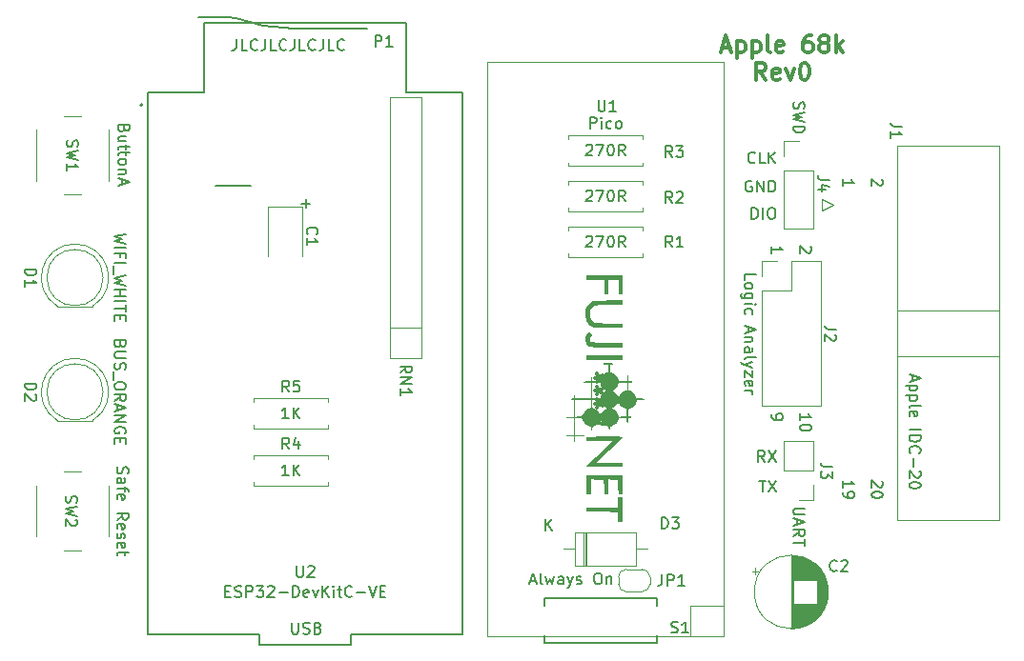
<source format=gbr>
%TF.GenerationSoftware,KiCad,Pcbnew,7.0.10*%
%TF.CreationDate,2024-01-20T14:12:54-06:00*%
%TF.ProjectId,Apple-68k-FujiNet-Rev0,4170706c-652d-4363-986b-2d46756a694e,Rev 0*%
%TF.SameCoordinates,Original*%
%TF.FileFunction,Legend,Top*%
%TF.FilePolarity,Positive*%
%FSLAX46Y46*%
G04 Gerber Fmt 4.6, Leading zero omitted, Abs format (unit mm)*
G04 Created by KiCad (PCBNEW 7.0.10) date 2024-01-20 14:12:54*
%MOMM*%
%LPD*%
G01*
G04 APERTURE LIST*
%ADD10C,0.150000*%
%ADD11C,0.300000*%
%ADD12C,0.120000*%
%ADD13C,0.100000*%
%ADD14C,0.127000*%
%ADD15C,0.200000*%
G04 APERTURE END LIST*
D10*
X137877779Y-124015619D02*
X137877779Y-124825142D01*
X137877779Y-124825142D02*
X137925398Y-124920380D01*
X137925398Y-124920380D02*
X137973017Y-124968000D01*
X137973017Y-124968000D02*
X138068255Y-125015619D01*
X138068255Y-125015619D02*
X138258731Y-125015619D01*
X138258731Y-125015619D02*
X138353969Y-124968000D01*
X138353969Y-124968000D02*
X138401588Y-124920380D01*
X138401588Y-124920380D02*
X138449207Y-124825142D01*
X138449207Y-124825142D02*
X138449207Y-124015619D01*
X138877779Y-124968000D02*
X139020636Y-125015619D01*
X139020636Y-125015619D02*
X139258731Y-125015619D01*
X139258731Y-125015619D02*
X139353969Y-124968000D01*
X139353969Y-124968000D02*
X139401588Y-124920380D01*
X139401588Y-124920380D02*
X139449207Y-124825142D01*
X139449207Y-124825142D02*
X139449207Y-124729904D01*
X139449207Y-124729904D02*
X139401588Y-124634666D01*
X139401588Y-124634666D02*
X139353969Y-124587047D01*
X139353969Y-124587047D02*
X139258731Y-124539428D01*
X139258731Y-124539428D02*
X139068255Y-124491809D01*
X139068255Y-124491809D02*
X138973017Y-124444190D01*
X138973017Y-124444190D02*
X138925398Y-124396571D01*
X138925398Y-124396571D02*
X138877779Y-124301333D01*
X138877779Y-124301333D02*
X138877779Y-124206095D01*
X138877779Y-124206095D02*
X138925398Y-124110857D01*
X138925398Y-124110857D02*
X138973017Y-124063238D01*
X138973017Y-124063238D02*
X139068255Y-124015619D01*
X139068255Y-124015619D02*
X139306350Y-124015619D01*
X139306350Y-124015619D02*
X139449207Y-124063238D01*
X140211112Y-124491809D02*
X140353969Y-124539428D01*
X140353969Y-124539428D02*
X140401588Y-124587047D01*
X140401588Y-124587047D02*
X140449207Y-124682285D01*
X140449207Y-124682285D02*
X140449207Y-124825142D01*
X140449207Y-124825142D02*
X140401588Y-124920380D01*
X140401588Y-124920380D02*
X140353969Y-124968000D01*
X140353969Y-124968000D02*
X140258731Y-125015619D01*
X140258731Y-125015619D02*
X139877779Y-125015619D01*
X139877779Y-125015619D02*
X139877779Y-124015619D01*
X139877779Y-124015619D02*
X140211112Y-124015619D01*
X140211112Y-124015619D02*
X140306350Y-124063238D01*
X140306350Y-124063238D02*
X140353969Y-124110857D01*
X140353969Y-124110857D02*
X140401588Y-124206095D01*
X140401588Y-124206095D02*
X140401588Y-124301333D01*
X140401588Y-124301333D02*
X140353969Y-124396571D01*
X140353969Y-124396571D02*
X140306350Y-124444190D01*
X140306350Y-124444190D02*
X140211112Y-124491809D01*
X140211112Y-124491809D02*
X139877779Y-124491809D01*
X138734848Y-86764066D02*
X139496753Y-86764066D01*
X139115800Y-87145019D02*
X139115800Y-86383114D01*
X179860458Y-109724819D02*
X179527125Y-109248628D01*
X179289030Y-109724819D02*
X179289030Y-108724819D01*
X179289030Y-108724819D02*
X179669982Y-108724819D01*
X179669982Y-108724819D02*
X179765220Y-108772438D01*
X179765220Y-108772438D02*
X179812839Y-108820057D01*
X179812839Y-108820057D02*
X179860458Y-108915295D01*
X179860458Y-108915295D02*
X179860458Y-109058152D01*
X179860458Y-109058152D02*
X179812839Y-109153390D01*
X179812839Y-109153390D02*
X179765220Y-109201009D01*
X179765220Y-109201009D02*
X179669982Y-109248628D01*
X179669982Y-109248628D02*
X179289030Y-109248628D01*
X180193792Y-108724819D02*
X180860458Y-109724819D01*
X180860458Y-108724819D02*
X180193792Y-109724819D01*
X180470180Y-91150839D02*
X180470180Y-90579411D01*
X180470180Y-90865125D02*
X181470180Y-90865125D01*
X181470180Y-90865125D02*
X181327323Y-90769887D01*
X181327323Y-90769887D02*
X181232085Y-90674649D01*
X181232085Y-90674649D02*
X181184466Y-90579411D01*
X180470180Y-105540398D02*
X180470180Y-105730874D01*
X180470180Y-105730874D02*
X180517800Y-105826112D01*
X180517800Y-105826112D02*
X180565419Y-105873731D01*
X180565419Y-105873731D02*
X180708276Y-105968969D01*
X180708276Y-105968969D02*
X180898752Y-106016588D01*
X180898752Y-106016588D02*
X181279704Y-106016588D01*
X181279704Y-106016588D02*
X181374942Y-105968969D01*
X181374942Y-105968969D02*
X181422561Y-105921350D01*
X181422561Y-105921350D02*
X181470180Y-105826112D01*
X181470180Y-105826112D02*
X181470180Y-105635636D01*
X181470180Y-105635636D02*
X181422561Y-105540398D01*
X181422561Y-105540398D02*
X181374942Y-105492779D01*
X181374942Y-105492779D02*
X181279704Y-105445160D01*
X181279704Y-105445160D02*
X181041609Y-105445160D01*
X181041609Y-105445160D02*
X180946371Y-105492779D01*
X180946371Y-105492779D02*
X180898752Y-105540398D01*
X180898752Y-105540398D02*
X180851133Y-105635636D01*
X180851133Y-105635636D02*
X180851133Y-105826112D01*
X180851133Y-105826112D02*
X180898752Y-105921350D01*
X180898752Y-105921350D02*
X180946371Y-105968969D01*
X180946371Y-105968969D02*
X181041609Y-106016588D01*
X183010180Y-106016588D02*
X183010180Y-105445160D01*
X183010180Y-105730874D02*
X184010180Y-105730874D01*
X184010180Y-105730874D02*
X183867323Y-105635636D01*
X183867323Y-105635636D02*
X183772085Y-105540398D01*
X183772085Y-105540398D02*
X183724466Y-105445160D01*
X184010180Y-106635636D02*
X184010180Y-106730874D01*
X184010180Y-106730874D02*
X183962561Y-106826112D01*
X183962561Y-106826112D02*
X183914942Y-106873731D01*
X183914942Y-106873731D02*
X183819704Y-106921350D01*
X183819704Y-106921350D02*
X183629228Y-106968969D01*
X183629228Y-106968969D02*
X183391133Y-106968969D01*
X183391133Y-106968969D02*
X183200657Y-106921350D01*
X183200657Y-106921350D02*
X183105419Y-106873731D01*
X183105419Y-106873731D02*
X183057800Y-106826112D01*
X183057800Y-106826112D02*
X183010180Y-106730874D01*
X183010180Y-106730874D02*
X183010180Y-106635636D01*
X183010180Y-106635636D02*
X183057800Y-106540398D01*
X183057800Y-106540398D02*
X183105419Y-106492779D01*
X183105419Y-106492779D02*
X183200657Y-106445160D01*
X183200657Y-106445160D02*
X183391133Y-106397541D01*
X183391133Y-106397541D02*
X183629228Y-106397541D01*
X183629228Y-106397541D02*
X183819704Y-106445160D01*
X183819704Y-106445160D02*
X183914942Y-106492779D01*
X183914942Y-106492779D02*
X183962561Y-106540398D01*
X183962561Y-106540398D02*
X184010180Y-106635636D01*
X179384268Y-111391819D02*
X179955696Y-111391819D01*
X179669982Y-112391819D02*
X179669982Y-111391819D01*
X180193792Y-111391819D02*
X180860458Y-112391819D01*
X180860458Y-111391819D02*
X180193792Y-112391819D01*
X178717601Y-84769438D02*
X178622363Y-84721819D01*
X178622363Y-84721819D02*
X178479506Y-84721819D01*
X178479506Y-84721819D02*
X178336649Y-84769438D01*
X178336649Y-84769438D02*
X178241411Y-84864676D01*
X178241411Y-84864676D02*
X178193792Y-84959914D01*
X178193792Y-84959914D02*
X178146173Y-85150390D01*
X178146173Y-85150390D02*
X178146173Y-85293247D01*
X178146173Y-85293247D02*
X178193792Y-85483723D01*
X178193792Y-85483723D02*
X178241411Y-85578961D01*
X178241411Y-85578961D02*
X178336649Y-85674200D01*
X178336649Y-85674200D02*
X178479506Y-85721819D01*
X178479506Y-85721819D02*
X178574744Y-85721819D01*
X178574744Y-85721819D02*
X178717601Y-85674200D01*
X178717601Y-85674200D02*
X178765220Y-85626580D01*
X178765220Y-85626580D02*
X178765220Y-85293247D01*
X178765220Y-85293247D02*
X178574744Y-85293247D01*
X179193792Y-85721819D02*
X179193792Y-84721819D01*
X179193792Y-84721819D02*
X179765220Y-85721819D01*
X179765220Y-85721819D02*
X179765220Y-84721819D01*
X180241411Y-85721819D02*
X180241411Y-84721819D01*
X180241411Y-84721819D02*
X180479506Y-84721819D01*
X180479506Y-84721819D02*
X180622363Y-84769438D01*
X180622363Y-84769438D02*
X180717601Y-84864676D01*
X180717601Y-84864676D02*
X180765220Y-84959914D01*
X180765220Y-84959914D02*
X180812839Y-85150390D01*
X180812839Y-85150390D02*
X180812839Y-85293247D01*
X180812839Y-85293247D02*
X180765220Y-85483723D01*
X180765220Y-85483723D02*
X180717601Y-85578961D01*
X180717601Y-85578961D02*
X180622363Y-85674200D01*
X180622363Y-85674200D02*
X180479506Y-85721819D01*
X180479506Y-85721819D02*
X180241411Y-85721819D01*
X190264942Y-111414160D02*
X190312561Y-111461779D01*
X190312561Y-111461779D02*
X190360180Y-111557017D01*
X190360180Y-111557017D02*
X190360180Y-111795112D01*
X190360180Y-111795112D02*
X190312561Y-111890350D01*
X190312561Y-111890350D02*
X190264942Y-111937969D01*
X190264942Y-111937969D02*
X190169704Y-111985588D01*
X190169704Y-111985588D02*
X190074466Y-111985588D01*
X190074466Y-111985588D02*
X189931609Y-111937969D01*
X189931609Y-111937969D02*
X189360180Y-111366541D01*
X189360180Y-111366541D02*
X189360180Y-111985588D01*
X190360180Y-112604636D02*
X190360180Y-112699874D01*
X190360180Y-112699874D02*
X190312561Y-112795112D01*
X190312561Y-112795112D02*
X190264942Y-112842731D01*
X190264942Y-112842731D02*
X190169704Y-112890350D01*
X190169704Y-112890350D02*
X189979228Y-112937969D01*
X189979228Y-112937969D02*
X189741133Y-112937969D01*
X189741133Y-112937969D02*
X189550657Y-112890350D01*
X189550657Y-112890350D02*
X189455419Y-112842731D01*
X189455419Y-112842731D02*
X189407800Y-112795112D01*
X189407800Y-112795112D02*
X189360180Y-112699874D01*
X189360180Y-112699874D02*
X189360180Y-112604636D01*
X189360180Y-112604636D02*
X189407800Y-112509398D01*
X189407800Y-112509398D02*
X189455419Y-112461779D01*
X189455419Y-112461779D02*
X189550657Y-112414160D01*
X189550657Y-112414160D02*
X189741133Y-112366541D01*
X189741133Y-112366541D02*
X189979228Y-112366541D01*
X189979228Y-112366541D02*
X190169704Y-112414160D01*
X190169704Y-112414160D02*
X190264942Y-112461779D01*
X190264942Y-112461779D02*
X190312561Y-112509398D01*
X190312561Y-112509398D02*
X190360180Y-112604636D01*
X186820180Y-111985588D02*
X186820180Y-111414160D01*
X186820180Y-111699874D02*
X187820180Y-111699874D01*
X187820180Y-111699874D02*
X187677323Y-111604636D01*
X187677323Y-111604636D02*
X187582085Y-111509398D01*
X187582085Y-111509398D02*
X187534466Y-111414160D01*
X186820180Y-112461779D02*
X186820180Y-112652255D01*
X186820180Y-112652255D02*
X186867800Y-112747493D01*
X186867800Y-112747493D02*
X186915419Y-112795112D01*
X186915419Y-112795112D02*
X187058276Y-112890350D01*
X187058276Y-112890350D02*
X187248752Y-112937969D01*
X187248752Y-112937969D02*
X187629704Y-112937969D01*
X187629704Y-112937969D02*
X187724942Y-112890350D01*
X187724942Y-112890350D02*
X187772561Y-112842731D01*
X187772561Y-112842731D02*
X187820180Y-112747493D01*
X187820180Y-112747493D02*
X187820180Y-112557017D01*
X187820180Y-112557017D02*
X187772561Y-112461779D01*
X187772561Y-112461779D02*
X187724942Y-112414160D01*
X187724942Y-112414160D02*
X187629704Y-112366541D01*
X187629704Y-112366541D02*
X187391609Y-112366541D01*
X187391609Y-112366541D02*
X187296371Y-112414160D01*
X187296371Y-112414160D02*
X187248752Y-112461779D01*
X187248752Y-112461779D02*
X187201133Y-112557017D01*
X187201133Y-112557017D02*
X187201133Y-112747493D01*
X187201133Y-112747493D02*
X187248752Y-112842731D01*
X187248752Y-112842731D02*
X187296371Y-112890350D01*
X187296371Y-112890350D02*
X187391609Y-112937969D01*
X132956493Y-72148819D02*
X132956493Y-72863104D01*
X132956493Y-72863104D02*
X132908874Y-73005961D01*
X132908874Y-73005961D02*
X132813636Y-73101200D01*
X132813636Y-73101200D02*
X132670779Y-73148819D01*
X132670779Y-73148819D02*
X132575541Y-73148819D01*
X133908874Y-73148819D02*
X133432684Y-73148819D01*
X133432684Y-73148819D02*
X133432684Y-72148819D01*
X134813636Y-73053580D02*
X134766017Y-73101200D01*
X134766017Y-73101200D02*
X134623160Y-73148819D01*
X134623160Y-73148819D02*
X134527922Y-73148819D01*
X134527922Y-73148819D02*
X134385065Y-73101200D01*
X134385065Y-73101200D02*
X134289827Y-73005961D01*
X134289827Y-73005961D02*
X134242208Y-72910723D01*
X134242208Y-72910723D02*
X134194589Y-72720247D01*
X134194589Y-72720247D02*
X134194589Y-72577390D01*
X134194589Y-72577390D02*
X134242208Y-72386914D01*
X134242208Y-72386914D02*
X134289827Y-72291676D01*
X134289827Y-72291676D02*
X134385065Y-72196438D01*
X134385065Y-72196438D02*
X134527922Y-72148819D01*
X134527922Y-72148819D02*
X134623160Y-72148819D01*
X134623160Y-72148819D02*
X134766017Y-72196438D01*
X134766017Y-72196438D02*
X134813636Y-72244057D01*
X135527922Y-72148819D02*
X135527922Y-72863104D01*
X135527922Y-72863104D02*
X135480303Y-73005961D01*
X135480303Y-73005961D02*
X135385065Y-73101200D01*
X135385065Y-73101200D02*
X135242208Y-73148819D01*
X135242208Y-73148819D02*
X135146970Y-73148819D01*
X136480303Y-73148819D02*
X136004113Y-73148819D01*
X136004113Y-73148819D02*
X136004113Y-72148819D01*
X137385065Y-73053580D02*
X137337446Y-73101200D01*
X137337446Y-73101200D02*
X137194589Y-73148819D01*
X137194589Y-73148819D02*
X137099351Y-73148819D01*
X137099351Y-73148819D02*
X136956494Y-73101200D01*
X136956494Y-73101200D02*
X136861256Y-73005961D01*
X136861256Y-73005961D02*
X136813637Y-72910723D01*
X136813637Y-72910723D02*
X136766018Y-72720247D01*
X136766018Y-72720247D02*
X136766018Y-72577390D01*
X136766018Y-72577390D02*
X136813637Y-72386914D01*
X136813637Y-72386914D02*
X136861256Y-72291676D01*
X136861256Y-72291676D02*
X136956494Y-72196438D01*
X136956494Y-72196438D02*
X137099351Y-72148819D01*
X137099351Y-72148819D02*
X137194589Y-72148819D01*
X137194589Y-72148819D02*
X137337446Y-72196438D01*
X137337446Y-72196438D02*
X137385065Y-72244057D01*
X138099351Y-72148819D02*
X138099351Y-72863104D01*
X138099351Y-72863104D02*
X138051732Y-73005961D01*
X138051732Y-73005961D02*
X137956494Y-73101200D01*
X137956494Y-73101200D02*
X137813637Y-73148819D01*
X137813637Y-73148819D02*
X137718399Y-73148819D01*
X139051732Y-73148819D02*
X138575542Y-73148819D01*
X138575542Y-73148819D02*
X138575542Y-72148819D01*
X139956494Y-73053580D02*
X139908875Y-73101200D01*
X139908875Y-73101200D02*
X139766018Y-73148819D01*
X139766018Y-73148819D02*
X139670780Y-73148819D01*
X139670780Y-73148819D02*
X139527923Y-73101200D01*
X139527923Y-73101200D02*
X139432685Y-73005961D01*
X139432685Y-73005961D02*
X139385066Y-72910723D01*
X139385066Y-72910723D02*
X139337447Y-72720247D01*
X139337447Y-72720247D02*
X139337447Y-72577390D01*
X139337447Y-72577390D02*
X139385066Y-72386914D01*
X139385066Y-72386914D02*
X139432685Y-72291676D01*
X139432685Y-72291676D02*
X139527923Y-72196438D01*
X139527923Y-72196438D02*
X139670780Y-72148819D01*
X139670780Y-72148819D02*
X139766018Y-72148819D01*
X139766018Y-72148819D02*
X139908875Y-72196438D01*
X139908875Y-72196438D02*
X139956494Y-72244057D01*
X140670780Y-72148819D02*
X140670780Y-72863104D01*
X140670780Y-72863104D02*
X140623161Y-73005961D01*
X140623161Y-73005961D02*
X140527923Y-73101200D01*
X140527923Y-73101200D02*
X140385066Y-73148819D01*
X140385066Y-73148819D02*
X140289828Y-73148819D01*
X141623161Y-73148819D02*
X141146971Y-73148819D01*
X141146971Y-73148819D02*
X141146971Y-72148819D01*
X142527923Y-73053580D02*
X142480304Y-73101200D01*
X142480304Y-73101200D02*
X142337447Y-73148819D01*
X142337447Y-73148819D02*
X142242209Y-73148819D01*
X142242209Y-73148819D02*
X142099352Y-73101200D01*
X142099352Y-73101200D02*
X142004114Y-73005961D01*
X142004114Y-73005961D02*
X141956495Y-72910723D01*
X141956495Y-72910723D02*
X141908876Y-72720247D01*
X141908876Y-72720247D02*
X141908876Y-72577390D01*
X141908876Y-72577390D02*
X141956495Y-72386914D01*
X141956495Y-72386914D02*
X142004114Y-72291676D01*
X142004114Y-72291676D02*
X142099352Y-72196438D01*
X142099352Y-72196438D02*
X142242209Y-72148819D01*
X142242209Y-72148819D02*
X142337447Y-72148819D01*
X142337447Y-72148819D02*
X142480304Y-72196438D01*
X142480304Y-72196438D02*
X142527923Y-72244057D01*
X190264942Y-84610411D02*
X190312561Y-84658030D01*
X190312561Y-84658030D02*
X190360180Y-84753268D01*
X190360180Y-84753268D02*
X190360180Y-84991363D01*
X190360180Y-84991363D02*
X190312561Y-85086601D01*
X190312561Y-85086601D02*
X190264942Y-85134220D01*
X190264942Y-85134220D02*
X190169704Y-85181839D01*
X190169704Y-85181839D02*
X190074466Y-85181839D01*
X190074466Y-85181839D02*
X189931609Y-85134220D01*
X189931609Y-85134220D02*
X189360180Y-84562792D01*
X189360180Y-84562792D02*
X189360180Y-85181839D01*
D11*
X176075058Y-72903257D02*
X176789344Y-72903257D01*
X175932201Y-73331828D02*
X176432201Y-71831828D01*
X176432201Y-71831828D02*
X176932201Y-73331828D01*
X177432200Y-72331828D02*
X177432200Y-73831828D01*
X177432200Y-72403257D02*
X177575058Y-72331828D01*
X177575058Y-72331828D02*
X177860772Y-72331828D01*
X177860772Y-72331828D02*
X178003629Y-72403257D01*
X178003629Y-72403257D02*
X178075058Y-72474685D01*
X178075058Y-72474685D02*
X178146486Y-72617542D01*
X178146486Y-72617542D02*
X178146486Y-73046114D01*
X178146486Y-73046114D02*
X178075058Y-73188971D01*
X178075058Y-73188971D02*
X178003629Y-73260400D01*
X178003629Y-73260400D02*
X177860772Y-73331828D01*
X177860772Y-73331828D02*
X177575058Y-73331828D01*
X177575058Y-73331828D02*
X177432200Y-73260400D01*
X178789343Y-72331828D02*
X178789343Y-73831828D01*
X178789343Y-72403257D02*
X178932201Y-72331828D01*
X178932201Y-72331828D02*
X179217915Y-72331828D01*
X179217915Y-72331828D02*
X179360772Y-72403257D01*
X179360772Y-72403257D02*
X179432201Y-72474685D01*
X179432201Y-72474685D02*
X179503629Y-72617542D01*
X179503629Y-72617542D02*
X179503629Y-73046114D01*
X179503629Y-73046114D02*
X179432201Y-73188971D01*
X179432201Y-73188971D02*
X179360772Y-73260400D01*
X179360772Y-73260400D02*
X179217915Y-73331828D01*
X179217915Y-73331828D02*
X178932201Y-73331828D01*
X178932201Y-73331828D02*
X178789343Y-73260400D01*
X180360772Y-73331828D02*
X180217915Y-73260400D01*
X180217915Y-73260400D02*
X180146486Y-73117542D01*
X180146486Y-73117542D02*
X180146486Y-71831828D01*
X181503629Y-73260400D02*
X181360772Y-73331828D01*
X181360772Y-73331828D02*
X181075058Y-73331828D01*
X181075058Y-73331828D02*
X180932200Y-73260400D01*
X180932200Y-73260400D02*
X180860772Y-73117542D01*
X180860772Y-73117542D02*
X180860772Y-72546114D01*
X180860772Y-72546114D02*
X180932200Y-72403257D01*
X180932200Y-72403257D02*
X181075058Y-72331828D01*
X181075058Y-72331828D02*
X181360772Y-72331828D01*
X181360772Y-72331828D02*
X181503629Y-72403257D01*
X181503629Y-72403257D02*
X181575058Y-72546114D01*
X181575058Y-72546114D02*
X181575058Y-72688971D01*
X181575058Y-72688971D02*
X180860772Y-72831828D01*
X184003629Y-71831828D02*
X183717914Y-71831828D01*
X183717914Y-71831828D02*
X183575057Y-71903257D01*
X183575057Y-71903257D02*
X183503629Y-71974685D01*
X183503629Y-71974685D02*
X183360771Y-72188971D01*
X183360771Y-72188971D02*
X183289343Y-72474685D01*
X183289343Y-72474685D02*
X183289343Y-73046114D01*
X183289343Y-73046114D02*
X183360771Y-73188971D01*
X183360771Y-73188971D02*
X183432200Y-73260400D01*
X183432200Y-73260400D02*
X183575057Y-73331828D01*
X183575057Y-73331828D02*
X183860771Y-73331828D01*
X183860771Y-73331828D02*
X184003629Y-73260400D01*
X184003629Y-73260400D02*
X184075057Y-73188971D01*
X184075057Y-73188971D02*
X184146486Y-73046114D01*
X184146486Y-73046114D02*
X184146486Y-72688971D01*
X184146486Y-72688971D02*
X184075057Y-72546114D01*
X184075057Y-72546114D02*
X184003629Y-72474685D01*
X184003629Y-72474685D02*
X183860771Y-72403257D01*
X183860771Y-72403257D02*
X183575057Y-72403257D01*
X183575057Y-72403257D02*
X183432200Y-72474685D01*
X183432200Y-72474685D02*
X183360771Y-72546114D01*
X183360771Y-72546114D02*
X183289343Y-72688971D01*
X185003628Y-72474685D02*
X184860771Y-72403257D01*
X184860771Y-72403257D02*
X184789342Y-72331828D01*
X184789342Y-72331828D02*
X184717914Y-72188971D01*
X184717914Y-72188971D02*
X184717914Y-72117542D01*
X184717914Y-72117542D02*
X184789342Y-71974685D01*
X184789342Y-71974685D02*
X184860771Y-71903257D01*
X184860771Y-71903257D02*
X185003628Y-71831828D01*
X185003628Y-71831828D02*
X185289342Y-71831828D01*
X185289342Y-71831828D02*
X185432200Y-71903257D01*
X185432200Y-71903257D02*
X185503628Y-71974685D01*
X185503628Y-71974685D02*
X185575057Y-72117542D01*
X185575057Y-72117542D02*
X185575057Y-72188971D01*
X185575057Y-72188971D02*
X185503628Y-72331828D01*
X185503628Y-72331828D02*
X185432200Y-72403257D01*
X185432200Y-72403257D02*
X185289342Y-72474685D01*
X185289342Y-72474685D02*
X185003628Y-72474685D01*
X185003628Y-72474685D02*
X184860771Y-72546114D01*
X184860771Y-72546114D02*
X184789342Y-72617542D01*
X184789342Y-72617542D02*
X184717914Y-72760400D01*
X184717914Y-72760400D02*
X184717914Y-73046114D01*
X184717914Y-73046114D02*
X184789342Y-73188971D01*
X184789342Y-73188971D02*
X184860771Y-73260400D01*
X184860771Y-73260400D02*
X185003628Y-73331828D01*
X185003628Y-73331828D02*
X185289342Y-73331828D01*
X185289342Y-73331828D02*
X185432200Y-73260400D01*
X185432200Y-73260400D02*
X185503628Y-73188971D01*
X185503628Y-73188971D02*
X185575057Y-73046114D01*
X185575057Y-73046114D02*
X185575057Y-72760400D01*
X185575057Y-72760400D02*
X185503628Y-72617542D01*
X185503628Y-72617542D02*
X185432200Y-72546114D01*
X185432200Y-72546114D02*
X185289342Y-72474685D01*
X186217913Y-73331828D02*
X186217913Y-71831828D01*
X186360771Y-72760400D02*
X186789342Y-73331828D01*
X186789342Y-72331828D02*
X186217913Y-72903257D01*
X179967914Y-75746828D02*
X179467914Y-75032542D01*
X179110771Y-75746828D02*
X179110771Y-74246828D01*
X179110771Y-74246828D02*
X179682200Y-74246828D01*
X179682200Y-74246828D02*
X179825057Y-74318257D01*
X179825057Y-74318257D02*
X179896486Y-74389685D01*
X179896486Y-74389685D02*
X179967914Y-74532542D01*
X179967914Y-74532542D02*
X179967914Y-74746828D01*
X179967914Y-74746828D02*
X179896486Y-74889685D01*
X179896486Y-74889685D02*
X179825057Y-74961114D01*
X179825057Y-74961114D02*
X179682200Y-75032542D01*
X179682200Y-75032542D02*
X179110771Y-75032542D01*
X181182200Y-75675400D02*
X181039343Y-75746828D01*
X181039343Y-75746828D02*
X180753629Y-75746828D01*
X180753629Y-75746828D02*
X180610771Y-75675400D01*
X180610771Y-75675400D02*
X180539343Y-75532542D01*
X180539343Y-75532542D02*
X180539343Y-74961114D01*
X180539343Y-74961114D02*
X180610771Y-74818257D01*
X180610771Y-74818257D02*
X180753629Y-74746828D01*
X180753629Y-74746828D02*
X181039343Y-74746828D01*
X181039343Y-74746828D02*
X181182200Y-74818257D01*
X181182200Y-74818257D02*
X181253629Y-74961114D01*
X181253629Y-74961114D02*
X181253629Y-75103971D01*
X181253629Y-75103971D02*
X180539343Y-75246828D01*
X181753628Y-74746828D02*
X182110771Y-75746828D01*
X182110771Y-75746828D02*
X182467914Y-74746828D01*
X183325057Y-74246828D02*
X183467914Y-74246828D01*
X183467914Y-74246828D02*
X183610771Y-74318257D01*
X183610771Y-74318257D02*
X183682200Y-74389685D01*
X183682200Y-74389685D02*
X183753628Y-74532542D01*
X183753628Y-74532542D02*
X183825057Y-74818257D01*
X183825057Y-74818257D02*
X183825057Y-75175400D01*
X183825057Y-75175400D02*
X183753628Y-75461114D01*
X183753628Y-75461114D02*
X183682200Y-75603971D01*
X183682200Y-75603971D02*
X183610771Y-75675400D01*
X183610771Y-75675400D02*
X183467914Y-75746828D01*
X183467914Y-75746828D02*
X183325057Y-75746828D01*
X183325057Y-75746828D02*
X183182200Y-75675400D01*
X183182200Y-75675400D02*
X183110771Y-75603971D01*
X183110771Y-75603971D02*
X183039342Y-75461114D01*
X183039342Y-75461114D02*
X182967914Y-75175400D01*
X182967914Y-75175400D02*
X182967914Y-74818257D01*
X182967914Y-74818257D02*
X183039342Y-74532542D01*
X183039342Y-74532542D02*
X183110771Y-74389685D01*
X183110771Y-74389685D02*
X183182200Y-74318257D01*
X183182200Y-74318257D02*
X183325057Y-74246828D01*
D10*
X183914942Y-90579411D02*
X183962561Y-90627030D01*
X183962561Y-90627030D02*
X184010180Y-90722268D01*
X184010180Y-90722268D02*
X184010180Y-90960363D01*
X184010180Y-90960363D02*
X183962561Y-91055601D01*
X183962561Y-91055601D02*
X183914942Y-91103220D01*
X183914942Y-91103220D02*
X183819704Y-91150839D01*
X183819704Y-91150839D02*
X183724466Y-91150839D01*
X183724466Y-91150839D02*
X183581609Y-91103220D01*
X183581609Y-91103220D02*
X183010180Y-90531792D01*
X183010180Y-90531792D02*
X183010180Y-91150839D01*
X186820180Y-85181839D02*
X186820180Y-84610411D01*
X186820180Y-84896125D02*
X187820180Y-84896125D01*
X187820180Y-84896125D02*
X187677323Y-84800887D01*
X187677323Y-84800887D02*
X187582085Y-84705649D01*
X187582085Y-84705649D02*
X187534466Y-84610411D01*
X179003315Y-83086580D02*
X178955696Y-83134200D01*
X178955696Y-83134200D02*
X178812839Y-83181819D01*
X178812839Y-83181819D02*
X178717601Y-83181819D01*
X178717601Y-83181819D02*
X178574744Y-83134200D01*
X178574744Y-83134200D02*
X178479506Y-83038961D01*
X178479506Y-83038961D02*
X178431887Y-82943723D01*
X178431887Y-82943723D02*
X178384268Y-82753247D01*
X178384268Y-82753247D02*
X178384268Y-82610390D01*
X178384268Y-82610390D02*
X178431887Y-82419914D01*
X178431887Y-82419914D02*
X178479506Y-82324676D01*
X178479506Y-82324676D02*
X178574744Y-82229438D01*
X178574744Y-82229438D02*
X178717601Y-82181819D01*
X178717601Y-82181819D02*
X178812839Y-82181819D01*
X178812839Y-82181819D02*
X178955696Y-82229438D01*
X178955696Y-82229438D02*
X179003315Y-82277057D01*
X179908077Y-83181819D02*
X179431887Y-83181819D01*
X179431887Y-83181819D02*
X179431887Y-82181819D01*
X180241411Y-83181819D02*
X180241411Y-82181819D01*
X180812839Y-83181819D02*
X180384268Y-82610390D01*
X180812839Y-82181819D02*
X180241411Y-82753247D01*
X178717602Y-88134819D02*
X178717602Y-87134819D01*
X178717602Y-87134819D02*
X178955697Y-87134819D01*
X178955697Y-87134819D02*
X179098554Y-87182438D01*
X179098554Y-87182438D02*
X179193792Y-87277676D01*
X179193792Y-87277676D02*
X179241411Y-87372914D01*
X179241411Y-87372914D02*
X179289030Y-87563390D01*
X179289030Y-87563390D02*
X179289030Y-87706247D01*
X179289030Y-87706247D02*
X179241411Y-87896723D01*
X179241411Y-87896723D02*
X179193792Y-87991961D01*
X179193792Y-87991961D02*
X179098554Y-88087200D01*
X179098554Y-88087200D02*
X178955697Y-88134819D01*
X178955697Y-88134819D02*
X178717602Y-88134819D01*
X179717602Y-88134819D02*
X179717602Y-87134819D01*
X180384268Y-87134819D02*
X180574744Y-87134819D01*
X180574744Y-87134819D02*
X180669982Y-87182438D01*
X180669982Y-87182438D02*
X180765220Y-87277676D01*
X180765220Y-87277676D02*
X180812839Y-87468152D01*
X180812839Y-87468152D02*
X180812839Y-87801485D01*
X180812839Y-87801485D02*
X180765220Y-87991961D01*
X180765220Y-87991961D02*
X180669982Y-88087200D01*
X180669982Y-88087200D02*
X180574744Y-88134819D01*
X180574744Y-88134819D02*
X180384268Y-88134819D01*
X180384268Y-88134819D02*
X180289030Y-88087200D01*
X180289030Y-88087200D02*
X180193792Y-87991961D01*
X180193792Y-87991961D02*
X180146173Y-87801485D01*
X180146173Y-87801485D02*
X180146173Y-87468152D01*
X180146173Y-87468152D02*
X180193792Y-87277676D01*
X180193792Y-87277676D02*
X180289030Y-87182438D01*
X180289030Y-87182438D02*
X180384268Y-87134819D01*
X114203180Y-92606905D02*
X115203180Y-92606905D01*
X115203180Y-92606905D02*
X115203180Y-92845000D01*
X115203180Y-92845000D02*
X115155561Y-92987857D01*
X115155561Y-92987857D02*
X115060323Y-93083095D01*
X115060323Y-93083095D02*
X114965085Y-93130714D01*
X114965085Y-93130714D02*
X114774609Y-93178333D01*
X114774609Y-93178333D02*
X114631752Y-93178333D01*
X114631752Y-93178333D02*
X114441276Y-93130714D01*
X114441276Y-93130714D02*
X114346038Y-93083095D01*
X114346038Y-93083095D02*
X114250800Y-92987857D01*
X114250800Y-92987857D02*
X114203180Y-92845000D01*
X114203180Y-92845000D02*
X114203180Y-92606905D01*
X114203180Y-94130714D02*
X114203180Y-93559286D01*
X114203180Y-93845000D02*
X115203180Y-93845000D01*
X115203180Y-93845000D02*
X115060323Y-93749762D01*
X115060323Y-93749762D02*
X114965085Y-93654524D01*
X114965085Y-93654524D02*
X114917466Y-93559286D01*
X123123180Y-89464048D02*
X122123180Y-89702143D01*
X122123180Y-89702143D02*
X122837466Y-89892619D01*
X122837466Y-89892619D02*
X122123180Y-90083095D01*
X122123180Y-90083095D02*
X123123180Y-90321191D01*
X122123180Y-90702143D02*
X123123180Y-90702143D01*
X122646990Y-91511666D02*
X122646990Y-91178333D01*
X122123180Y-91178333D02*
X123123180Y-91178333D01*
X123123180Y-91178333D02*
X123123180Y-91654523D01*
X122123180Y-92035476D02*
X123123180Y-92035476D01*
X122027942Y-92273571D02*
X122027942Y-93035475D01*
X123123180Y-93178333D02*
X122123180Y-93416428D01*
X122123180Y-93416428D02*
X122837466Y-93606904D01*
X122837466Y-93606904D02*
X122123180Y-93797380D01*
X122123180Y-93797380D02*
X123123180Y-94035476D01*
X122123180Y-94416428D02*
X123123180Y-94416428D01*
X122646990Y-94416428D02*
X122646990Y-94987856D01*
X122123180Y-94987856D02*
X123123180Y-94987856D01*
X122123180Y-95464047D02*
X123123180Y-95464047D01*
X123123180Y-95797380D02*
X123123180Y-96368808D01*
X122123180Y-96083094D02*
X123123180Y-96083094D01*
X122646990Y-96702142D02*
X122646990Y-97035475D01*
X122123180Y-97178332D02*
X122123180Y-96702142D01*
X122123180Y-96702142D02*
X123123180Y-96702142D01*
X123123180Y-96702142D02*
X123123180Y-97178332D01*
X117956800Y-81141667D02*
X117909180Y-81284524D01*
X117909180Y-81284524D02*
X117909180Y-81522619D01*
X117909180Y-81522619D02*
X117956800Y-81617857D01*
X117956800Y-81617857D02*
X118004419Y-81665476D01*
X118004419Y-81665476D02*
X118099657Y-81713095D01*
X118099657Y-81713095D02*
X118194895Y-81713095D01*
X118194895Y-81713095D02*
X118290133Y-81665476D01*
X118290133Y-81665476D02*
X118337752Y-81617857D01*
X118337752Y-81617857D02*
X118385371Y-81522619D01*
X118385371Y-81522619D02*
X118432990Y-81332143D01*
X118432990Y-81332143D02*
X118480609Y-81236905D01*
X118480609Y-81236905D02*
X118528228Y-81189286D01*
X118528228Y-81189286D02*
X118623466Y-81141667D01*
X118623466Y-81141667D02*
X118718704Y-81141667D01*
X118718704Y-81141667D02*
X118813942Y-81189286D01*
X118813942Y-81189286D02*
X118861561Y-81236905D01*
X118861561Y-81236905D02*
X118909180Y-81332143D01*
X118909180Y-81332143D02*
X118909180Y-81570238D01*
X118909180Y-81570238D02*
X118861561Y-81713095D01*
X118909180Y-82046429D02*
X117909180Y-82284524D01*
X117909180Y-82284524D02*
X118623466Y-82475000D01*
X118623466Y-82475000D02*
X117909180Y-82665476D01*
X117909180Y-82665476D02*
X118909180Y-82903572D01*
X117909180Y-83808333D02*
X117909180Y-83236905D01*
X117909180Y-83522619D02*
X118909180Y-83522619D01*
X118909180Y-83522619D02*
X118766323Y-83427381D01*
X118766323Y-83427381D02*
X118671085Y-83332143D01*
X118671085Y-83332143D02*
X118623466Y-83236905D01*
X123004990Y-80114285D02*
X122957371Y-80257142D01*
X122957371Y-80257142D02*
X122909752Y-80304761D01*
X122909752Y-80304761D02*
X122814514Y-80352380D01*
X122814514Y-80352380D02*
X122671657Y-80352380D01*
X122671657Y-80352380D02*
X122576419Y-80304761D01*
X122576419Y-80304761D02*
X122528800Y-80257142D01*
X122528800Y-80257142D02*
X122481180Y-80161904D01*
X122481180Y-80161904D02*
X122481180Y-79780952D01*
X122481180Y-79780952D02*
X123481180Y-79780952D01*
X123481180Y-79780952D02*
X123481180Y-80114285D01*
X123481180Y-80114285D02*
X123433561Y-80209523D01*
X123433561Y-80209523D02*
X123385942Y-80257142D01*
X123385942Y-80257142D02*
X123290704Y-80304761D01*
X123290704Y-80304761D02*
X123195466Y-80304761D01*
X123195466Y-80304761D02*
X123100228Y-80257142D01*
X123100228Y-80257142D02*
X123052609Y-80209523D01*
X123052609Y-80209523D02*
X123004990Y-80114285D01*
X123004990Y-80114285D02*
X123004990Y-79780952D01*
X123147847Y-81209523D02*
X122481180Y-81209523D01*
X123147847Y-80780952D02*
X122624038Y-80780952D01*
X122624038Y-80780952D02*
X122528800Y-80828571D01*
X122528800Y-80828571D02*
X122481180Y-80923809D01*
X122481180Y-80923809D02*
X122481180Y-81066666D01*
X122481180Y-81066666D02*
X122528800Y-81161904D01*
X122528800Y-81161904D02*
X122576419Y-81209523D01*
X123147847Y-81542857D02*
X123147847Y-81923809D01*
X123481180Y-81685714D02*
X122624038Y-81685714D01*
X122624038Y-81685714D02*
X122528800Y-81733333D01*
X122528800Y-81733333D02*
X122481180Y-81828571D01*
X122481180Y-81828571D02*
X122481180Y-81923809D01*
X123147847Y-82114286D02*
X123147847Y-82495238D01*
X123481180Y-82257143D02*
X122624038Y-82257143D01*
X122624038Y-82257143D02*
X122528800Y-82304762D01*
X122528800Y-82304762D02*
X122481180Y-82400000D01*
X122481180Y-82400000D02*
X122481180Y-82495238D01*
X122481180Y-82971429D02*
X122528800Y-82876191D01*
X122528800Y-82876191D02*
X122576419Y-82828572D01*
X122576419Y-82828572D02*
X122671657Y-82780953D01*
X122671657Y-82780953D02*
X122957371Y-82780953D01*
X122957371Y-82780953D02*
X123052609Y-82828572D01*
X123052609Y-82828572D02*
X123100228Y-82876191D01*
X123100228Y-82876191D02*
X123147847Y-82971429D01*
X123147847Y-82971429D02*
X123147847Y-83114286D01*
X123147847Y-83114286D02*
X123100228Y-83209524D01*
X123100228Y-83209524D02*
X123052609Y-83257143D01*
X123052609Y-83257143D02*
X122957371Y-83304762D01*
X122957371Y-83304762D02*
X122671657Y-83304762D01*
X122671657Y-83304762D02*
X122576419Y-83257143D01*
X122576419Y-83257143D02*
X122528800Y-83209524D01*
X122528800Y-83209524D02*
X122481180Y-83114286D01*
X122481180Y-83114286D02*
X122481180Y-82971429D01*
X123147847Y-83733334D02*
X122481180Y-83733334D01*
X123052609Y-83733334D02*
X123100228Y-83780953D01*
X123100228Y-83780953D02*
X123147847Y-83876191D01*
X123147847Y-83876191D02*
X123147847Y-84019048D01*
X123147847Y-84019048D02*
X123100228Y-84114286D01*
X123100228Y-84114286D02*
X123004990Y-84161905D01*
X123004990Y-84161905D02*
X122481180Y-84161905D01*
X122766895Y-84590477D02*
X122766895Y-85066667D01*
X122481180Y-84495239D02*
X123481180Y-84828572D01*
X123481180Y-84828572D02*
X122481180Y-85161905D01*
X165100095Y-77559819D02*
X165100095Y-78369342D01*
X165100095Y-78369342D02*
X165147714Y-78464580D01*
X165147714Y-78464580D02*
X165195333Y-78512200D01*
X165195333Y-78512200D02*
X165290571Y-78559819D01*
X165290571Y-78559819D02*
X165481047Y-78559819D01*
X165481047Y-78559819D02*
X165576285Y-78512200D01*
X165576285Y-78512200D02*
X165623904Y-78464580D01*
X165623904Y-78464580D02*
X165671523Y-78369342D01*
X165671523Y-78369342D02*
X165671523Y-77559819D01*
X166671523Y-78559819D02*
X166100095Y-78559819D01*
X166385809Y-78559819D02*
X166385809Y-77559819D01*
X166385809Y-77559819D02*
X166290571Y-77702676D01*
X166290571Y-77702676D02*
X166195333Y-77797914D01*
X166195333Y-77797914D02*
X166100095Y-77845533D01*
X164354048Y-80083819D02*
X164354048Y-79083819D01*
X164354048Y-79083819D02*
X164735000Y-79083819D01*
X164735000Y-79083819D02*
X164830238Y-79131438D01*
X164830238Y-79131438D02*
X164877857Y-79179057D01*
X164877857Y-79179057D02*
X164925476Y-79274295D01*
X164925476Y-79274295D02*
X164925476Y-79417152D01*
X164925476Y-79417152D02*
X164877857Y-79512390D01*
X164877857Y-79512390D02*
X164830238Y-79560009D01*
X164830238Y-79560009D02*
X164735000Y-79607628D01*
X164735000Y-79607628D02*
X164354048Y-79607628D01*
X165354048Y-80083819D02*
X165354048Y-79417152D01*
X165354048Y-79083819D02*
X165306429Y-79131438D01*
X165306429Y-79131438D02*
X165354048Y-79179057D01*
X165354048Y-79179057D02*
X165401667Y-79131438D01*
X165401667Y-79131438D02*
X165354048Y-79083819D01*
X165354048Y-79083819D02*
X165354048Y-79179057D01*
X166258809Y-80036200D02*
X166163571Y-80083819D01*
X166163571Y-80083819D02*
X165973095Y-80083819D01*
X165973095Y-80083819D02*
X165877857Y-80036200D01*
X165877857Y-80036200D02*
X165830238Y-79988580D01*
X165830238Y-79988580D02*
X165782619Y-79893342D01*
X165782619Y-79893342D02*
X165782619Y-79607628D01*
X165782619Y-79607628D02*
X165830238Y-79512390D01*
X165830238Y-79512390D02*
X165877857Y-79464771D01*
X165877857Y-79464771D02*
X165973095Y-79417152D01*
X165973095Y-79417152D02*
X166163571Y-79417152D01*
X166163571Y-79417152D02*
X166258809Y-79464771D01*
X166830238Y-80083819D02*
X166735000Y-80036200D01*
X166735000Y-80036200D02*
X166687381Y-79988580D01*
X166687381Y-79988580D02*
X166639762Y-79893342D01*
X166639762Y-79893342D02*
X166639762Y-79607628D01*
X166639762Y-79607628D02*
X166687381Y-79512390D01*
X166687381Y-79512390D02*
X166735000Y-79464771D01*
X166735000Y-79464771D02*
X166830238Y-79417152D01*
X166830238Y-79417152D02*
X166973095Y-79417152D01*
X166973095Y-79417152D02*
X167068333Y-79464771D01*
X167068333Y-79464771D02*
X167115952Y-79512390D01*
X167115952Y-79512390D02*
X167163571Y-79607628D01*
X167163571Y-79607628D02*
X167163571Y-79893342D01*
X167163571Y-79893342D02*
X167115952Y-79988580D01*
X167115952Y-79988580D02*
X167068333Y-80036200D01*
X167068333Y-80036200D02*
X166973095Y-80083819D01*
X166973095Y-80083819D02*
X166830238Y-80083819D01*
X185838180Y-110156666D02*
X185123895Y-110156666D01*
X185123895Y-110156666D02*
X184981038Y-110109047D01*
X184981038Y-110109047D02*
X184885800Y-110013809D01*
X184885800Y-110013809D02*
X184838180Y-109870952D01*
X184838180Y-109870952D02*
X184838180Y-109775714D01*
X185838180Y-110537619D02*
X185838180Y-111156666D01*
X185838180Y-111156666D02*
X185457228Y-110823333D01*
X185457228Y-110823333D02*
X185457228Y-110966190D01*
X185457228Y-110966190D02*
X185409609Y-111061428D01*
X185409609Y-111061428D02*
X185361990Y-111109047D01*
X185361990Y-111109047D02*
X185266752Y-111156666D01*
X185266752Y-111156666D02*
X185028657Y-111156666D01*
X185028657Y-111156666D02*
X184933419Y-111109047D01*
X184933419Y-111109047D02*
X184885800Y-111061428D01*
X184885800Y-111061428D02*
X184838180Y-110966190D01*
X184838180Y-110966190D02*
X184838180Y-110680476D01*
X184838180Y-110680476D02*
X184885800Y-110585238D01*
X184885800Y-110585238D02*
X184933419Y-110537619D01*
X183425180Y-113847762D02*
X182615657Y-113847762D01*
X182615657Y-113847762D02*
X182520419Y-113895381D01*
X182520419Y-113895381D02*
X182472800Y-113943000D01*
X182472800Y-113943000D02*
X182425180Y-114038238D01*
X182425180Y-114038238D02*
X182425180Y-114228714D01*
X182425180Y-114228714D02*
X182472800Y-114323952D01*
X182472800Y-114323952D02*
X182520419Y-114371571D01*
X182520419Y-114371571D02*
X182615657Y-114419190D01*
X182615657Y-114419190D02*
X183425180Y-114419190D01*
X182710895Y-114847762D02*
X182710895Y-115323952D01*
X182425180Y-114752524D02*
X183425180Y-115085857D01*
X183425180Y-115085857D02*
X182425180Y-115419190D01*
X182425180Y-116323952D02*
X182901371Y-115990619D01*
X182425180Y-115752524D02*
X183425180Y-115752524D01*
X183425180Y-115752524D02*
X183425180Y-116133476D01*
X183425180Y-116133476D02*
X183377561Y-116228714D01*
X183377561Y-116228714D02*
X183329942Y-116276333D01*
X183329942Y-116276333D02*
X183234704Y-116323952D01*
X183234704Y-116323952D02*
X183091847Y-116323952D01*
X183091847Y-116323952D02*
X182996609Y-116276333D01*
X182996609Y-116276333D02*
X182948990Y-116228714D01*
X182948990Y-116228714D02*
X182901371Y-116133476D01*
X182901371Y-116133476D02*
X182901371Y-115752524D01*
X183425180Y-116609667D02*
X183425180Y-117181095D01*
X182425180Y-116895381D02*
X183425180Y-116895381D01*
X114203180Y-102766905D02*
X115203180Y-102766905D01*
X115203180Y-102766905D02*
X115203180Y-103005000D01*
X115203180Y-103005000D02*
X115155561Y-103147857D01*
X115155561Y-103147857D02*
X115060323Y-103243095D01*
X115060323Y-103243095D02*
X114965085Y-103290714D01*
X114965085Y-103290714D02*
X114774609Y-103338333D01*
X114774609Y-103338333D02*
X114631752Y-103338333D01*
X114631752Y-103338333D02*
X114441276Y-103290714D01*
X114441276Y-103290714D02*
X114346038Y-103243095D01*
X114346038Y-103243095D02*
X114250800Y-103147857D01*
X114250800Y-103147857D02*
X114203180Y-103005000D01*
X114203180Y-103005000D02*
X114203180Y-102766905D01*
X115107942Y-103719286D02*
X115155561Y-103766905D01*
X115155561Y-103766905D02*
X115203180Y-103862143D01*
X115203180Y-103862143D02*
X115203180Y-104100238D01*
X115203180Y-104100238D02*
X115155561Y-104195476D01*
X115155561Y-104195476D02*
X115107942Y-104243095D01*
X115107942Y-104243095D02*
X115012704Y-104290714D01*
X115012704Y-104290714D02*
X114917466Y-104290714D01*
X114917466Y-104290714D02*
X114774609Y-104243095D01*
X114774609Y-104243095D02*
X114203180Y-103671667D01*
X114203180Y-103671667D02*
X114203180Y-104290714D01*
X122646990Y-99266904D02*
X122599371Y-99409761D01*
X122599371Y-99409761D02*
X122551752Y-99457380D01*
X122551752Y-99457380D02*
X122456514Y-99504999D01*
X122456514Y-99504999D02*
X122313657Y-99504999D01*
X122313657Y-99504999D02*
X122218419Y-99457380D01*
X122218419Y-99457380D02*
X122170800Y-99409761D01*
X122170800Y-99409761D02*
X122123180Y-99314523D01*
X122123180Y-99314523D02*
X122123180Y-98933571D01*
X122123180Y-98933571D02*
X123123180Y-98933571D01*
X123123180Y-98933571D02*
X123123180Y-99266904D01*
X123123180Y-99266904D02*
X123075561Y-99362142D01*
X123075561Y-99362142D02*
X123027942Y-99409761D01*
X123027942Y-99409761D02*
X122932704Y-99457380D01*
X122932704Y-99457380D02*
X122837466Y-99457380D01*
X122837466Y-99457380D02*
X122742228Y-99409761D01*
X122742228Y-99409761D02*
X122694609Y-99362142D01*
X122694609Y-99362142D02*
X122646990Y-99266904D01*
X122646990Y-99266904D02*
X122646990Y-98933571D01*
X123123180Y-99933571D02*
X122313657Y-99933571D01*
X122313657Y-99933571D02*
X122218419Y-99981190D01*
X122218419Y-99981190D02*
X122170800Y-100028809D01*
X122170800Y-100028809D02*
X122123180Y-100124047D01*
X122123180Y-100124047D02*
X122123180Y-100314523D01*
X122123180Y-100314523D02*
X122170800Y-100409761D01*
X122170800Y-100409761D02*
X122218419Y-100457380D01*
X122218419Y-100457380D02*
X122313657Y-100504999D01*
X122313657Y-100504999D02*
X123123180Y-100504999D01*
X122170800Y-100933571D02*
X122123180Y-101076428D01*
X122123180Y-101076428D02*
X122123180Y-101314523D01*
X122123180Y-101314523D02*
X122170800Y-101409761D01*
X122170800Y-101409761D02*
X122218419Y-101457380D01*
X122218419Y-101457380D02*
X122313657Y-101504999D01*
X122313657Y-101504999D02*
X122408895Y-101504999D01*
X122408895Y-101504999D02*
X122504133Y-101457380D01*
X122504133Y-101457380D02*
X122551752Y-101409761D01*
X122551752Y-101409761D02*
X122599371Y-101314523D01*
X122599371Y-101314523D02*
X122646990Y-101124047D01*
X122646990Y-101124047D02*
X122694609Y-101028809D01*
X122694609Y-101028809D02*
X122742228Y-100981190D01*
X122742228Y-100981190D02*
X122837466Y-100933571D01*
X122837466Y-100933571D02*
X122932704Y-100933571D01*
X122932704Y-100933571D02*
X123027942Y-100981190D01*
X123027942Y-100981190D02*
X123075561Y-101028809D01*
X123075561Y-101028809D02*
X123123180Y-101124047D01*
X123123180Y-101124047D02*
X123123180Y-101362142D01*
X123123180Y-101362142D02*
X123075561Y-101504999D01*
X122027942Y-101695476D02*
X122027942Y-102457380D01*
X123123180Y-102885952D02*
X123123180Y-103076428D01*
X123123180Y-103076428D02*
X123075561Y-103171666D01*
X123075561Y-103171666D02*
X122980323Y-103266904D01*
X122980323Y-103266904D02*
X122789847Y-103314523D01*
X122789847Y-103314523D02*
X122456514Y-103314523D01*
X122456514Y-103314523D02*
X122266038Y-103266904D01*
X122266038Y-103266904D02*
X122170800Y-103171666D01*
X122170800Y-103171666D02*
X122123180Y-103076428D01*
X122123180Y-103076428D02*
X122123180Y-102885952D01*
X122123180Y-102885952D02*
X122170800Y-102790714D01*
X122170800Y-102790714D02*
X122266038Y-102695476D01*
X122266038Y-102695476D02*
X122456514Y-102647857D01*
X122456514Y-102647857D02*
X122789847Y-102647857D01*
X122789847Y-102647857D02*
X122980323Y-102695476D01*
X122980323Y-102695476D02*
X123075561Y-102790714D01*
X123075561Y-102790714D02*
X123123180Y-102885952D01*
X122123180Y-104314523D02*
X122599371Y-103981190D01*
X122123180Y-103743095D02*
X123123180Y-103743095D01*
X123123180Y-103743095D02*
X123123180Y-104124047D01*
X123123180Y-104124047D02*
X123075561Y-104219285D01*
X123075561Y-104219285D02*
X123027942Y-104266904D01*
X123027942Y-104266904D02*
X122932704Y-104314523D01*
X122932704Y-104314523D02*
X122789847Y-104314523D01*
X122789847Y-104314523D02*
X122694609Y-104266904D01*
X122694609Y-104266904D02*
X122646990Y-104219285D01*
X122646990Y-104219285D02*
X122599371Y-104124047D01*
X122599371Y-104124047D02*
X122599371Y-103743095D01*
X122408895Y-104695476D02*
X122408895Y-105171666D01*
X122123180Y-104600238D02*
X123123180Y-104933571D01*
X123123180Y-104933571D02*
X122123180Y-105266904D01*
X122123180Y-105600238D02*
X123123180Y-105600238D01*
X123123180Y-105600238D02*
X122123180Y-106171666D01*
X122123180Y-106171666D02*
X123123180Y-106171666D01*
X123075561Y-107171666D02*
X123123180Y-107076428D01*
X123123180Y-107076428D02*
X123123180Y-106933571D01*
X123123180Y-106933571D02*
X123075561Y-106790714D01*
X123075561Y-106790714D02*
X122980323Y-106695476D01*
X122980323Y-106695476D02*
X122885085Y-106647857D01*
X122885085Y-106647857D02*
X122694609Y-106600238D01*
X122694609Y-106600238D02*
X122551752Y-106600238D01*
X122551752Y-106600238D02*
X122361276Y-106647857D01*
X122361276Y-106647857D02*
X122266038Y-106695476D01*
X122266038Y-106695476D02*
X122170800Y-106790714D01*
X122170800Y-106790714D02*
X122123180Y-106933571D01*
X122123180Y-106933571D02*
X122123180Y-107028809D01*
X122123180Y-107028809D02*
X122170800Y-107171666D01*
X122170800Y-107171666D02*
X122218419Y-107219285D01*
X122218419Y-107219285D02*
X122551752Y-107219285D01*
X122551752Y-107219285D02*
X122551752Y-107028809D01*
X122646990Y-107647857D02*
X122646990Y-107981190D01*
X122123180Y-108124047D02*
X122123180Y-107647857D01*
X122123180Y-107647857D02*
X123123180Y-107647857D01*
X123123180Y-107647857D02*
X123123180Y-108124047D01*
X171664333Y-82623819D02*
X171331000Y-82147628D01*
X171092905Y-82623819D02*
X171092905Y-81623819D01*
X171092905Y-81623819D02*
X171473857Y-81623819D01*
X171473857Y-81623819D02*
X171569095Y-81671438D01*
X171569095Y-81671438D02*
X171616714Y-81719057D01*
X171616714Y-81719057D02*
X171664333Y-81814295D01*
X171664333Y-81814295D02*
X171664333Y-81957152D01*
X171664333Y-81957152D02*
X171616714Y-82052390D01*
X171616714Y-82052390D02*
X171569095Y-82100009D01*
X171569095Y-82100009D02*
X171473857Y-82147628D01*
X171473857Y-82147628D02*
X171092905Y-82147628D01*
X171997667Y-81623819D02*
X172616714Y-81623819D01*
X172616714Y-81623819D02*
X172283381Y-82004771D01*
X172283381Y-82004771D02*
X172426238Y-82004771D01*
X172426238Y-82004771D02*
X172521476Y-82052390D01*
X172521476Y-82052390D02*
X172569095Y-82100009D01*
X172569095Y-82100009D02*
X172616714Y-82195247D01*
X172616714Y-82195247D02*
X172616714Y-82433342D01*
X172616714Y-82433342D02*
X172569095Y-82528580D01*
X172569095Y-82528580D02*
X172521476Y-82576200D01*
X172521476Y-82576200D02*
X172426238Y-82623819D01*
X172426238Y-82623819D02*
X172140524Y-82623819D01*
X172140524Y-82623819D02*
X172045286Y-82576200D01*
X172045286Y-82576200D02*
X171997667Y-82528580D01*
X163996905Y-81592057D02*
X164044524Y-81544438D01*
X164044524Y-81544438D02*
X164139762Y-81496819D01*
X164139762Y-81496819D02*
X164377857Y-81496819D01*
X164377857Y-81496819D02*
X164473095Y-81544438D01*
X164473095Y-81544438D02*
X164520714Y-81592057D01*
X164520714Y-81592057D02*
X164568333Y-81687295D01*
X164568333Y-81687295D02*
X164568333Y-81782533D01*
X164568333Y-81782533D02*
X164520714Y-81925390D01*
X164520714Y-81925390D02*
X163949286Y-82496819D01*
X163949286Y-82496819D02*
X164568333Y-82496819D01*
X164901667Y-81496819D02*
X165568333Y-81496819D01*
X165568333Y-81496819D02*
X165139762Y-82496819D01*
X166139762Y-81496819D02*
X166235000Y-81496819D01*
X166235000Y-81496819D02*
X166330238Y-81544438D01*
X166330238Y-81544438D02*
X166377857Y-81592057D01*
X166377857Y-81592057D02*
X166425476Y-81687295D01*
X166425476Y-81687295D02*
X166473095Y-81877771D01*
X166473095Y-81877771D02*
X166473095Y-82115866D01*
X166473095Y-82115866D02*
X166425476Y-82306342D01*
X166425476Y-82306342D02*
X166377857Y-82401580D01*
X166377857Y-82401580D02*
X166330238Y-82449200D01*
X166330238Y-82449200D02*
X166235000Y-82496819D01*
X166235000Y-82496819D02*
X166139762Y-82496819D01*
X166139762Y-82496819D02*
X166044524Y-82449200D01*
X166044524Y-82449200D02*
X165996905Y-82401580D01*
X165996905Y-82401580D02*
X165949286Y-82306342D01*
X165949286Y-82306342D02*
X165901667Y-82115866D01*
X165901667Y-82115866D02*
X165901667Y-81877771D01*
X165901667Y-81877771D02*
X165949286Y-81687295D01*
X165949286Y-81687295D02*
X165996905Y-81592057D01*
X165996905Y-81592057D02*
X166044524Y-81544438D01*
X166044524Y-81544438D02*
X166139762Y-81496819D01*
X167473095Y-82496819D02*
X167139762Y-82020628D01*
X166901667Y-82496819D02*
X166901667Y-81496819D01*
X166901667Y-81496819D02*
X167282619Y-81496819D01*
X167282619Y-81496819D02*
X167377857Y-81544438D01*
X167377857Y-81544438D02*
X167425476Y-81592057D01*
X167425476Y-81592057D02*
X167473095Y-81687295D01*
X167473095Y-81687295D02*
X167473095Y-81830152D01*
X167473095Y-81830152D02*
X167425476Y-81925390D01*
X167425476Y-81925390D02*
X167377857Y-81973009D01*
X167377857Y-81973009D02*
X167282619Y-82020628D01*
X167282619Y-82020628D02*
X166901667Y-82020628D01*
X170743666Y-119723819D02*
X170743666Y-120438104D01*
X170743666Y-120438104D02*
X170696047Y-120580961D01*
X170696047Y-120580961D02*
X170600809Y-120676200D01*
X170600809Y-120676200D02*
X170457952Y-120723819D01*
X170457952Y-120723819D02*
X170362714Y-120723819D01*
X171219857Y-120723819D02*
X171219857Y-119723819D01*
X171219857Y-119723819D02*
X171600809Y-119723819D01*
X171600809Y-119723819D02*
X171696047Y-119771438D01*
X171696047Y-119771438D02*
X171743666Y-119819057D01*
X171743666Y-119819057D02*
X171791285Y-119914295D01*
X171791285Y-119914295D02*
X171791285Y-120057152D01*
X171791285Y-120057152D02*
X171743666Y-120152390D01*
X171743666Y-120152390D02*
X171696047Y-120200009D01*
X171696047Y-120200009D02*
X171600809Y-120247628D01*
X171600809Y-120247628D02*
X171219857Y-120247628D01*
X172743666Y-120723819D02*
X172172238Y-120723819D01*
X172457952Y-120723819D02*
X172457952Y-119723819D01*
X172457952Y-119723819D02*
X172362714Y-119866676D01*
X172362714Y-119866676D02*
X172267476Y-119961914D01*
X172267476Y-119961914D02*
X172172238Y-120009533D01*
X159067952Y-120311104D02*
X159544142Y-120311104D01*
X158972714Y-120596819D02*
X159306047Y-119596819D01*
X159306047Y-119596819D02*
X159639380Y-120596819D01*
X160115571Y-120596819D02*
X160020333Y-120549200D01*
X160020333Y-120549200D02*
X159972714Y-120453961D01*
X159972714Y-120453961D02*
X159972714Y-119596819D01*
X160401286Y-119930152D02*
X160591762Y-120596819D01*
X160591762Y-120596819D02*
X160782238Y-120120628D01*
X160782238Y-120120628D02*
X160972714Y-120596819D01*
X160972714Y-120596819D02*
X161163190Y-119930152D01*
X161972714Y-120596819D02*
X161972714Y-120073009D01*
X161972714Y-120073009D02*
X161925095Y-119977771D01*
X161925095Y-119977771D02*
X161829857Y-119930152D01*
X161829857Y-119930152D02*
X161639381Y-119930152D01*
X161639381Y-119930152D02*
X161544143Y-119977771D01*
X161972714Y-120549200D02*
X161877476Y-120596819D01*
X161877476Y-120596819D02*
X161639381Y-120596819D01*
X161639381Y-120596819D02*
X161544143Y-120549200D01*
X161544143Y-120549200D02*
X161496524Y-120453961D01*
X161496524Y-120453961D02*
X161496524Y-120358723D01*
X161496524Y-120358723D02*
X161544143Y-120263485D01*
X161544143Y-120263485D02*
X161639381Y-120215866D01*
X161639381Y-120215866D02*
X161877476Y-120215866D01*
X161877476Y-120215866D02*
X161972714Y-120168247D01*
X162353667Y-119930152D02*
X162591762Y-120596819D01*
X162829857Y-119930152D02*
X162591762Y-120596819D01*
X162591762Y-120596819D02*
X162496524Y-120834914D01*
X162496524Y-120834914D02*
X162448905Y-120882533D01*
X162448905Y-120882533D02*
X162353667Y-120930152D01*
X163163191Y-120549200D02*
X163258429Y-120596819D01*
X163258429Y-120596819D02*
X163448905Y-120596819D01*
X163448905Y-120596819D02*
X163544143Y-120549200D01*
X163544143Y-120549200D02*
X163591762Y-120453961D01*
X163591762Y-120453961D02*
X163591762Y-120406342D01*
X163591762Y-120406342D02*
X163544143Y-120311104D01*
X163544143Y-120311104D02*
X163448905Y-120263485D01*
X163448905Y-120263485D02*
X163306048Y-120263485D01*
X163306048Y-120263485D02*
X163210810Y-120215866D01*
X163210810Y-120215866D02*
X163163191Y-120120628D01*
X163163191Y-120120628D02*
X163163191Y-120073009D01*
X163163191Y-120073009D02*
X163210810Y-119977771D01*
X163210810Y-119977771D02*
X163306048Y-119930152D01*
X163306048Y-119930152D02*
X163448905Y-119930152D01*
X163448905Y-119930152D02*
X163544143Y-119977771D01*
X164972715Y-119596819D02*
X165163191Y-119596819D01*
X165163191Y-119596819D02*
X165258429Y-119644438D01*
X165258429Y-119644438D02*
X165353667Y-119739676D01*
X165353667Y-119739676D02*
X165401286Y-119930152D01*
X165401286Y-119930152D02*
X165401286Y-120263485D01*
X165401286Y-120263485D02*
X165353667Y-120453961D01*
X165353667Y-120453961D02*
X165258429Y-120549200D01*
X165258429Y-120549200D02*
X165163191Y-120596819D01*
X165163191Y-120596819D02*
X164972715Y-120596819D01*
X164972715Y-120596819D02*
X164877477Y-120549200D01*
X164877477Y-120549200D02*
X164782239Y-120453961D01*
X164782239Y-120453961D02*
X164734620Y-120263485D01*
X164734620Y-120263485D02*
X164734620Y-119930152D01*
X164734620Y-119930152D02*
X164782239Y-119739676D01*
X164782239Y-119739676D02*
X164877477Y-119644438D01*
X164877477Y-119644438D02*
X164972715Y-119596819D01*
X165829858Y-119930152D02*
X165829858Y-120596819D01*
X165829858Y-120025390D02*
X165877477Y-119977771D01*
X165877477Y-119977771D02*
X165972715Y-119930152D01*
X165972715Y-119930152D02*
X166115572Y-119930152D01*
X166115572Y-119930152D02*
X166210810Y-119977771D01*
X166210810Y-119977771D02*
X166258429Y-120073009D01*
X166258429Y-120073009D02*
X166258429Y-120596819D01*
X138303095Y-118961819D02*
X138303095Y-119771342D01*
X138303095Y-119771342D02*
X138350714Y-119866580D01*
X138350714Y-119866580D02*
X138398333Y-119914200D01*
X138398333Y-119914200D02*
X138493571Y-119961819D01*
X138493571Y-119961819D02*
X138684047Y-119961819D01*
X138684047Y-119961819D02*
X138779285Y-119914200D01*
X138779285Y-119914200D02*
X138826904Y-119866580D01*
X138826904Y-119866580D02*
X138874523Y-119771342D01*
X138874523Y-119771342D02*
X138874523Y-118961819D01*
X139303095Y-119057057D02*
X139350714Y-119009438D01*
X139350714Y-119009438D02*
X139445952Y-118961819D01*
X139445952Y-118961819D02*
X139684047Y-118961819D01*
X139684047Y-118961819D02*
X139779285Y-119009438D01*
X139779285Y-119009438D02*
X139826904Y-119057057D01*
X139826904Y-119057057D02*
X139874523Y-119152295D01*
X139874523Y-119152295D02*
X139874523Y-119247533D01*
X139874523Y-119247533D02*
X139826904Y-119390390D01*
X139826904Y-119390390D02*
X139255476Y-119961819D01*
X139255476Y-119961819D02*
X139874523Y-119961819D01*
X131969762Y-121216009D02*
X132303095Y-121216009D01*
X132445952Y-121739819D02*
X131969762Y-121739819D01*
X131969762Y-121739819D02*
X131969762Y-120739819D01*
X131969762Y-120739819D02*
X132445952Y-120739819D01*
X132826905Y-121692200D02*
X132969762Y-121739819D01*
X132969762Y-121739819D02*
X133207857Y-121739819D01*
X133207857Y-121739819D02*
X133303095Y-121692200D01*
X133303095Y-121692200D02*
X133350714Y-121644580D01*
X133350714Y-121644580D02*
X133398333Y-121549342D01*
X133398333Y-121549342D02*
X133398333Y-121454104D01*
X133398333Y-121454104D02*
X133350714Y-121358866D01*
X133350714Y-121358866D02*
X133303095Y-121311247D01*
X133303095Y-121311247D02*
X133207857Y-121263628D01*
X133207857Y-121263628D02*
X133017381Y-121216009D01*
X133017381Y-121216009D02*
X132922143Y-121168390D01*
X132922143Y-121168390D02*
X132874524Y-121120771D01*
X132874524Y-121120771D02*
X132826905Y-121025533D01*
X132826905Y-121025533D02*
X132826905Y-120930295D01*
X132826905Y-120930295D02*
X132874524Y-120835057D01*
X132874524Y-120835057D02*
X132922143Y-120787438D01*
X132922143Y-120787438D02*
X133017381Y-120739819D01*
X133017381Y-120739819D02*
X133255476Y-120739819D01*
X133255476Y-120739819D02*
X133398333Y-120787438D01*
X133826905Y-121739819D02*
X133826905Y-120739819D01*
X133826905Y-120739819D02*
X134207857Y-120739819D01*
X134207857Y-120739819D02*
X134303095Y-120787438D01*
X134303095Y-120787438D02*
X134350714Y-120835057D01*
X134350714Y-120835057D02*
X134398333Y-120930295D01*
X134398333Y-120930295D02*
X134398333Y-121073152D01*
X134398333Y-121073152D02*
X134350714Y-121168390D01*
X134350714Y-121168390D02*
X134303095Y-121216009D01*
X134303095Y-121216009D02*
X134207857Y-121263628D01*
X134207857Y-121263628D02*
X133826905Y-121263628D01*
X134731667Y-120739819D02*
X135350714Y-120739819D01*
X135350714Y-120739819D02*
X135017381Y-121120771D01*
X135017381Y-121120771D02*
X135160238Y-121120771D01*
X135160238Y-121120771D02*
X135255476Y-121168390D01*
X135255476Y-121168390D02*
X135303095Y-121216009D01*
X135303095Y-121216009D02*
X135350714Y-121311247D01*
X135350714Y-121311247D02*
X135350714Y-121549342D01*
X135350714Y-121549342D02*
X135303095Y-121644580D01*
X135303095Y-121644580D02*
X135255476Y-121692200D01*
X135255476Y-121692200D02*
X135160238Y-121739819D01*
X135160238Y-121739819D02*
X134874524Y-121739819D01*
X134874524Y-121739819D02*
X134779286Y-121692200D01*
X134779286Y-121692200D02*
X134731667Y-121644580D01*
X135731667Y-120835057D02*
X135779286Y-120787438D01*
X135779286Y-120787438D02*
X135874524Y-120739819D01*
X135874524Y-120739819D02*
X136112619Y-120739819D01*
X136112619Y-120739819D02*
X136207857Y-120787438D01*
X136207857Y-120787438D02*
X136255476Y-120835057D01*
X136255476Y-120835057D02*
X136303095Y-120930295D01*
X136303095Y-120930295D02*
X136303095Y-121025533D01*
X136303095Y-121025533D02*
X136255476Y-121168390D01*
X136255476Y-121168390D02*
X135684048Y-121739819D01*
X135684048Y-121739819D02*
X136303095Y-121739819D01*
X136731667Y-121358866D02*
X137493572Y-121358866D01*
X137969762Y-121739819D02*
X137969762Y-120739819D01*
X137969762Y-120739819D02*
X138207857Y-120739819D01*
X138207857Y-120739819D02*
X138350714Y-120787438D01*
X138350714Y-120787438D02*
X138445952Y-120882676D01*
X138445952Y-120882676D02*
X138493571Y-120977914D01*
X138493571Y-120977914D02*
X138541190Y-121168390D01*
X138541190Y-121168390D02*
X138541190Y-121311247D01*
X138541190Y-121311247D02*
X138493571Y-121501723D01*
X138493571Y-121501723D02*
X138445952Y-121596961D01*
X138445952Y-121596961D02*
X138350714Y-121692200D01*
X138350714Y-121692200D02*
X138207857Y-121739819D01*
X138207857Y-121739819D02*
X137969762Y-121739819D01*
X139350714Y-121692200D02*
X139255476Y-121739819D01*
X139255476Y-121739819D02*
X139065000Y-121739819D01*
X139065000Y-121739819D02*
X138969762Y-121692200D01*
X138969762Y-121692200D02*
X138922143Y-121596961D01*
X138922143Y-121596961D02*
X138922143Y-121216009D01*
X138922143Y-121216009D02*
X138969762Y-121120771D01*
X138969762Y-121120771D02*
X139065000Y-121073152D01*
X139065000Y-121073152D02*
X139255476Y-121073152D01*
X139255476Y-121073152D02*
X139350714Y-121120771D01*
X139350714Y-121120771D02*
X139398333Y-121216009D01*
X139398333Y-121216009D02*
X139398333Y-121311247D01*
X139398333Y-121311247D02*
X138922143Y-121406485D01*
X139731667Y-121073152D02*
X139969762Y-121739819D01*
X139969762Y-121739819D02*
X140207857Y-121073152D01*
X140588810Y-121739819D02*
X140588810Y-120739819D01*
X141160238Y-121739819D02*
X140731667Y-121168390D01*
X141160238Y-120739819D02*
X140588810Y-121311247D01*
X141588810Y-121739819D02*
X141588810Y-121073152D01*
X141588810Y-120739819D02*
X141541191Y-120787438D01*
X141541191Y-120787438D02*
X141588810Y-120835057D01*
X141588810Y-120835057D02*
X141636429Y-120787438D01*
X141636429Y-120787438D02*
X141588810Y-120739819D01*
X141588810Y-120739819D02*
X141588810Y-120835057D01*
X141922143Y-121073152D02*
X142303095Y-121073152D01*
X142065000Y-120739819D02*
X142065000Y-121596961D01*
X142065000Y-121596961D02*
X142112619Y-121692200D01*
X142112619Y-121692200D02*
X142207857Y-121739819D01*
X142207857Y-121739819D02*
X142303095Y-121739819D01*
X143207857Y-121644580D02*
X143160238Y-121692200D01*
X143160238Y-121692200D02*
X143017381Y-121739819D01*
X143017381Y-121739819D02*
X142922143Y-121739819D01*
X142922143Y-121739819D02*
X142779286Y-121692200D01*
X142779286Y-121692200D02*
X142684048Y-121596961D01*
X142684048Y-121596961D02*
X142636429Y-121501723D01*
X142636429Y-121501723D02*
X142588810Y-121311247D01*
X142588810Y-121311247D02*
X142588810Y-121168390D01*
X142588810Y-121168390D02*
X142636429Y-120977914D01*
X142636429Y-120977914D02*
X142684048Y-120882676D01*
X142684048Y-120882676D02*
X142779286Y-120787438D01*
X142779286Y-120787438D02*
X142922143Y-120739819D01*
X142922143Y-120739819D02*
X143017381Y-120739819D01*
X143017381Y-120739819D02*
X143160238Y-120787438D01*
X143160238Y-120787438D02*
X143207857Y-120835057D01*
X143636429Y-121358866D02*
X144398334Y-121358866D01*
X144731667Y-120739819D02*
X145065000Y-121739819D01*
X145065000Y-121739819D02*
X145398333Y-120739819D01*
X145731667Y-121216009D02*
X146065000Y-121216009D01*
X146207857Y-121739819D02*
X145731667Y-121739819D01*
X145731667Y-121739819D02*
X145731667Y-120739819D01*
X145731667Y-120739819D02*
X146207857Y-120739819D01*
X137628333Y-108574819D02*
X137295000Y-108098628D01*
X137056905Y-108574819D02*
X137056905Y-107574819D01*
X137056905Y-107574819D02*
X137437857Y-107574819D01*
X137437857Y-107574819D02*
X137533095Y-107622438D01*
X137533095Y-107622438D02*
X137580714Y-107670057D01*
X137580714Y-107670057D02*
X137628333Y-107765295D01*
X137628333Y-107765295D02*
X137628333Y-107908152D01*
X137628333Y-107908152D02*
X137580714Y-108003390D01*
X137580714Y-108003390D02*
X137533095Y-108051009D01*
X137533095Y-108051009D02*
X137437857Y-108098628D01*
X137437857Y-108098628D02*
X137056905Y-108098628D01*
X138485476Y-107908152D02*
X138485476Y-108574819D01*
X138247381Y-107527200D02*
X138009286Y-108241485D01*
X138009286Y-108241485D02*
X138628333Y-108241485D01*
X137580714Y-110944819D02*
X137009286Y-110944819D01*
X137295000Y-110944819D02*
X137295000Y-109944819D01*
X137295000Y-109944819D02*
X137199762Y-110087676D01*
X137199762Y-110087676D02*
X137104524Y-110182914D01*
X137104524Y-110182914D02*
X137009286Y-110230533D01*
X138009286Y-110944819D02*
X138009286Y-109944819D01*
X138580714Y-110944819D02*
X138152143Y-110373390D01*
X138580714Y-109944819D02*
X138009286Y-110516247D01*
X186219180Y-97964666D02*
X185504895Y-97964666D01*
X185504895Y-97964666D02*
X185362038Y-97917047D01*
X185362038Y-97917047D02*
X185266800Y-97821809D01*
X185266800Y-97821809D02*
X185219180Y-97678952D01*
X185219180Y-97678952D02*
X185219180Y-97583714D01*
X186123942Y-98393238D02*
X186171561Y-98440857D01*
X186171561Y-98440857D02*
X186219180Y-98536095D01*
X186219180Y-98536095D02*
X186219180Y-98774190D01*
X186219180Y-98774190D02*
X186171561Y-98869428D01*
X186171561Y-98869428D02*
X186123942Y-98917047D01*
X186123942Y-98917047D02*
X186028704Y-98964666D01*
X186028704Y-98964666D02*
X185933466Y-98964666D01*
X185933466Y-98964666D02*
X185790609Y-98917047D01*
X185790609Y-98917047D02*
X185219180Y-98345619D01*
X185219180Y-98345619D02*
X185219180Y-98964666D01*
X178107180Y-93541094D02*
X178107180Y-93064904D01*
X178107180Y-93064904D02*
X179107180Y-93064904D01*
X178107180Y-94017285D02*
X178154800Y-93922047D01*
X178154800Y-93922047D02*
X178202419Y-93874428D01*
X178202419Y-93874428D02*
X178297657Y-93826809D01*
X178297657Y-93826809D02*
X178583371Y-93826809D01*
X178583371Y-93826809D02*
X178678609Y-93874428D01*
X178678609Y-93874428D02*
X178726228Y-93922047D01*
X178726228Y-93922047D02*
X178773847Y-94017285D01*
X178773847Y-94017285D02*
X178773847Y-94160142D01*
X178773847Y-94160142D02*
X178726228Y-94255380D01*
X178726228Y-94255380D02*
X178678609Y-94302999D01*
X178678609Y-94302999D02*
X178583371Y-94350618D01*
X178583371Y-94350618D02*
X178297657Y-94350618D01*
X178297657Y-94350618D02*
X178202419Y-94302999D01*
X178202419Y-94302999D02*
X178154800Y-94255380D01*
X178154800Y-94255380D02*
X178107180Y-94160142D01*
X178107180Y-94160142D02*
X178107180Y-94017285D01*
X178773847Y-95207761D02*
X177964323Y-95207761D01*
X177964323Y-95207761D02*
X177869085Y-95160142D01*
X177869085Y-95160142D02*
X177821466Y-95112523D01*
X177821466Y-95112523D02*
X177773847Y-95017285D01*
X177773847Y-95017285D02*
X177773847Y-94874428D01*
X177773847Y-94874428D02*
X177821466Y-94779190D01*
X178154800Y-95207761D02*
X178107180Y-95112523D01*
X178107180Y-95112523D02*
X178107180Y-94922047D01*
X178107180Y-94922047D02*
X178154800Y-94826809D01*
X178154800Y-94826809D02*
X178202419Y-94779190D01*
X178202419Y-94779190D02*
X178297657Y-94731571D01*
X178297657Y-94731571D02*
X178583371Y-94731571D01*
X178583371Y-94731571D02*
X178678609Y-94779190D01*
X178678609Y-94779190D02*
X178726228Y-94826809D01*
X178726228Y-94826809D02*
X178773847Y-94922047D01*
X178773847Y-94922047D02*
X178773847Y-95112523D01*
X178773847Y-95112523D02*
X178726228Y-95207761D01*
X178107180Y-95683952D02*
X178773847Y-95683952D01*
X179107180Y-95683952D02*
X179059561Y-95636333D01*
X179059561Y-95636333D02*
X179011942Y-95683952D01*
X179011942Y-95683952D02*
X179059561Y-95731571D01*
X179059561Y-95731571D02*
X179107180Y-95683952D01*
X179107180Y-95683952D02*
X179011942Y-95683952D01*
X178154800Y-96588713D02*
X178107180Y-96493475D01*
X178107180Y-96493475D02*
X178107180Y-96302999D01*
X178107180Y-96302999D02*
X178154800Y-96207761D01*
X178154800Y-96207761D02*
X178202419Y-96160142D01*
X178202419Y-96160142D02*
X178297657Y-96112523D01*
X178297657Y-96112523D02*
X178583371Y-96112523D01*
X178583371Y-96112523D02*
X178678609Y-96160142D01*
X178678609Y-96160142D02*
X178726228Y-96207761D01*
X178726228Y-96207761D02*
X178773847Y-96302999D01*
X178773847Y-96302999D02*
X178773847Y-96493475D01*
X178773847Y-96493475D02*
X178726228Y-96588713D01*
X178392895Y-97731571D02*
X178392895Y-98207761D01*
X178107180Y-97636333D02*
X179107180Y-97969666D01*
X179107180Y-97969666D02*
X178107180Y-98302999D01*
X178773847Y-98636333D02*
X178107180Y-98636333D01*
X178678609Y-98636333D02*
X178726228Y-98683952D01*
X178726228Y-98683952D02*
X178773847Y-98779190D01*
X178773847Y-98779190D02*
X178773847Y-98922047D01*
X178773847Y-98922047D02*
X178726228Y-99017285D01*
X178726228Y-99017285D02*
X178630990Y-99064904D01*
X178630990Y-99064904D02*
X178107180Y-99064904D01*
X178107180Y-99969666D02*
X178630990Y-99969666D01*
X178630990Y-99969666D02*
X178726228Y-99922047D01*
X178726228Y-99922047D02*
X178773847Y-99826809D01*
X178773847Y-99826809D02*
X178773847Y-99636333D01*
X178773847Y-99636333D02*
X178726228Y-99541095D01*
X178154800Y-99969666D02*
X178107180Y-99874428D01*
X178107180Y-99874428D02*
X178107180Y-99636333D01*
X178107180Y-99636333D02*
X178154800Y-99541095D01*
X178154800Y-99541095D02*
X178250038Y-99493476D01*
X178250038Y-99493476D02*
X178345276Y-99493476D01*
X178345276Y-99493476D02*
X178440514Y-99541095D01*
X178440514Y-99541095D02*
X178488133Y-99636333D01*
X178488133Y-99636333D02*
X178488133Y-99874428D01*
X178488133Y-99874428D02*
X178535752Y-99969666D01*
X178107180Y-100588714D02*
X178154800Y-100493476D01*
X178154800Y-100493476D02*
X178250038Y-100445857D01*
X178250038Y-100445857D02*
X179107180Y-100445857D01*
X178773847Y-100874429D02*
X178107180Y-101112524D01*
X178773847Y-101350619D02*
X178107180Y-101112524D01*
X178107180Y-101112524D02*
X177869085Y-101017286D01*
X177869085Y-101017286D02*
X177821466Y-100969667D01*
X177821466Y-100969667D02*
X177773847Y-100874429D01*
X178773847Y-101636334D02*
X178773847Y-102160143D01*
X178773847Y-102160143D02*
X178107180Y-101636334D01*
X178107180Y-101636334D02*
X178107180Y-102160143D01*
X178154800Y-102922048D02*
X178107180Y-102826810D01*
X178107180Y-102826810D02*
X178107180Y-102636334D01*
X178107180Y-102636334D02*
X178154800Y-102541096D01*
X178154800Y-102541096D02*
X178250038Y-102493477D01*
X178250038Y-102493477D02*
X178630990Y-102493477D01*
X178630990Y-102493477D02*
X178726228Y-102541096D01*
X178726228Y-102541096D02*
X178773847Y-102636334D01*
X178773847Y-102636334D02*
X178773847Y-102826810D01*
X178773847Y-102826810D02*
X178726228Y-102922048D01*
X178726228Y-102922048D02*
X178630990Y-102969667D01*
X178630990Y-102969667D02*
X178535752Y-102969667D01*
X178535752Y-102969667D02*
X178440514Y-102493477D01*
X178107180Y-103398239D02*
X178773847Y-103398239D01*
X178583371Y-103398239D02*
X178678609Y-103445858D01*
X178678609Y-103445858D02*
X178726228Y-103493477D01*
X178726228Y-103493477D02*
X178773847Y-103588715D01*
X178773847Y-103588715D02*
X178773847Y-103683953D01*
X139277419Y-89495333D02*
X139229800Y-89447714D01*
X139229800Y-89447714D02*
X139182180Y-89304857D01*
X139182180Y-89304857D02*
X139182180Y-89209619D01*
X139182180Y-89209619D02*
X139229800Y-89066762D01*
X139229800Y-89066762D02*
X139325038Y-88971524D01*
X139325038Y-88971524D02*
X139420276Y-88923905D01*
X139420276Y-88923905D02*
X139610752Y-88876286D01*
X139610752Y-88876286D02*
X139753609Y-88876286D01*
X139753609Y-88876286D02*
X139944085Y-88923905D01*
X139944085Y-88923905D02*
X140039323Y-88971524D01*
X140039323Y-88971524D02*
X140134561Y-89066762D01*
X140134561Y-89066762D02*
X140182180Y-89209619D01*
X140182180Y-89209619D02*
X140182180Y-89304857D01*
X140182180Y-89304857D02*
X140134561Y-89447714D01*
X140134561Y-89447714D02*
X140086942Y-89495333D01*
X139182180Y-90447714D02*
X139182180Y-89876286D01*
X139182180Y-90162000D02*
X140182180Y-90162000D01*
X140182180Y-90162000D02*
X140039323Y-90066762D01*
X140039323Y-90066762D02*
X139944085Y-89971524D01*
X139944085Y-89971524D02*
X139896466Y-89876286D01*
X137628333Y-103494819D02*
X137295000Y-103018628D01*
X137056905Y-103494819D02*
X137056905Y-102494819D01*
X137056905Y-102494819D02*
X137437857Y-102494819D01*
X137437857Y-102494819D02*
X137533095Y-102542438D01*
X137533095Y-102542438D02*
X137580714Y-102590057D01*
X137580714Y-102590057D02*
X137628333Y-102685295D01*
X137628333Y-102685295D02*
X137628333Y-102828152D01*
X137628333Y-102828152D02*
X137580714Y-102923390D01*
X137580714Y-102923390D02*
X137533095Y-102971009D01*
X137533095Y-102971009D02*
X137437857Y-103018628D01*
X137437857Y-103018628D02*
X137056905Y-103018628D01*
X138533095Y-102494819D02*
X138056905Y-102494819D01*
X138056905Y-102494819D02*
X138009286Y-102971009D01*
X138009286Y-102971009D02*
X138056905Y-102923390D01*
X138056905Y-102923390D02*
X138152143Y-102875771D01*
X138152143Y-102875771D02*
X138390238Y-102875771D01*
X138390238Y-102875771D02*
X138485476Y-102923390D01*
X138485476Y-102923390D02*
X138533095Y-102971009D01*
X138533095Y-102971009D02*
X138580714Y-103066247D01*
X138580714Y-103066247D02*
X138580714Y-103304342D01*
X138580714Y-103304342D02*
X138533095Y-103399580D01*
X138533095Y-103399580D02*
X138485476Y-103447200D01*
X138485476Y-103447200D02*
X138390238Y-103494819D01*
X138390238Y-103494819D02*
X138152143Y-103494819D01*
X138152143Y-103494819D02*
X138056905Y-103447200D01*
X138056905Y-103447200D02*
X138009286Y-103399580D01*
X137580714Y-105864819D02*
X137009286Y-105864819D01*
X137295000Y-105864819D02*
X137295000Y-104864819D01*
X137295000Y-104864819D02*
X137199762Y-105007676D01*
X137199762Y-105007676D02*
X137104524Y-105102914D01*
X137104524Y-105102914D02*
X137009286Y-105150533D01*
X138009286Y-105864819D02*
X138009286Y-104864819D01*
X138580714Y-105864819D02*
X138152143Y-105293390D01*
X138580714Y-104864819D02*
X138009286Y-105436247D01*
X192061180Y-79930666D02*
X191346895Y-79930666D01*
X191346895Y-79930666D02*
X191204038Y-79883047D01*
X191204038Y-79883047D02*
X191108800Y-79787809D01*
X191108800Y-79787809D02*
X191061180Y-79644952D01*
X191061180Y-79644952D02*
X191061180Y-79549714D01*
X191061180Y-80930666D02*
X191061180Y-80359238D01*
X191061180Y-80644952D02*
X192061180Y-80644952D01*
X192061180Y-80644952D02*
X191918323Y-80549714D01*
X191918323Y-80549714D02*
X191823085Y-80454476D01*
X191823085Y-80454476D02*
X191775466Y-80359238D01*
X192997895Y-102037190D02*
X192997895Y-102513380D01*
X192712180Y-101941952D02*
X193712180Y-102275285D01*
X193712180Y-102275285D02*
X192712180Y-102608618D01*
X193378847Y-102941952D02*
X192378847Y-102941952D01*
X193331228Y-102941952D02*
X193378847Y-103037190D01*
X193378847Y-103037190D02*
X193378847Y-103227666D01*
X193378847Y-103227666D02*
X193331228Y-103322904D01*
X193331228Y-103322904D02*
X193283609Y-103370523D01*
X193283609Y-103370523D02*
X193188371Y-103418142D01*
X193188371Y-103418142D02*
X192902657Y-103418142D01*
X192902657Y-103418142D02*
X192807419Y-103370523D01*
X192807419Y-103370523D02*
X192759800Y-103322904D01*
X192759800Y-103322904D02*
X192712180Y-103227666D01*
X192712180Y-103227666D02*
X192712180Y-103037190D01*
X192712180Y-103037190D02*
X192759800Y-102941952D01*
X193378847Y-103846714D02*
X192378847Y-103846714D01*
X193331228Y-103846714D02*
X193378847Y-103941952D01*
X193378847Y-103941952D02*
X193378847Y-104132428D01*
X193378847Y-104132428D02*
X193331228Y-104227666D01*
X193331228Y-104227666D02*
X193283609Y-104275285D01*
X193283609Y-104275285D02*
X193188371Y-104322904D01*
X193188371Y-104322904D02*
X192902657Y-104322904D01*
X192902657Y-104322904D02*
X192807419Y-104275285D01*
X192807419Y-104275285D02*
X192759800Y-104227666D01*
X192759800Y-104227666D02*
X192712180Y-104132428D01*
X192712180Y-104132428D02*
X192712180Y-103941952D01*
X192712180Y-103941952D02*
X192759800Y-103846714D01*
X192712180Y-104894333D02*
X192759800Y-104799095D01*
X192759800Y-104799095D02*
X192855038Y-104751476D01*
X192855038Y-104751476D02*
X193712180Y-104751476D01*
X192759800Y-105656238D02*
X192712180Y-105561000D01*
X192712180Y-105561000D02*
X192712180Y-105370524D01*
X192712180Y-105370524D02*
X192759800Y-105275286D01*
X192759800Y-105275286D02*
X192855038Y-105227667D01*
X192855038Y-105227667D02*
X193235990Y-105227667D01*
X193235990Y-105227667D02*
X193331228Y-105275286D01*
X193331228Y-105275286D02*
X193378847Y-105370524D01*
X193378847Y-105370524D02*
X193378847Y-105561000D01*
X193378847Y-105561000D02*
X193331228Y-105656238D01*
X193331228Y-105656238D02*
X193235990Y-105703857D01*
X193235990Y-105703857D02*
X193140752Y-105703857D01*
X193140752Y-105703857D02*
X193045514Y-105227667D01*
X192712180Y-106894334D02*
X193712180Y-106894334D01*
X192712180Y-107370524D02*
X193712180Y-107370524D01*
X193712180Y-107370524D02*
X193712180Y-107608619D01*
X193712180Y-107608619D02*
X193664561Y-107751476D01*
X193664561Y-107751476D02*
X193569323Y-107846714D01*
X193569323Y-107846714D02*
X193474085Y-107894333D01*
X193474085Y-107894333D02*
X193283609Y-107941952D01*
X193283609Y-107941952D02*
X193140752Y-107941952D01*
X193140752Y-107941952D02*
X192950276Y-107894333D01*
X192950276Y-107894333D02*
X192855038Y-107846714D01*
X192855038Y-107846714D02*
X192759800Y-107751476D01*
X192759800Y-107751476D02*
X192712180Y-107608619D01*
X192712180Y-107608619D02*
X192712180Y-107370524D01*
X192807419Y-108941952D02*
X192759800Y-108894333D01*
X192759800Y-108894333D02*
X192712180Y-108751476D01*
X192712180Y-108751476D02*
X192712180Y-108656238D01*
X192712180Y-108656238D02*
X192759800Y-108513381D01*
X192759800Y-108513381D02*
X192855038Y-108418143D01*
X192855038Y-108418143D02*
X192950276Y-108370524D01*
X192950276Y-108370524D02*
X193140752Y-108322905D01*
X193140752Y-108322905D02*
X193283609Y-108322905D01*
X193283609Y-108322905D02*
X193474085Y-108370524D01*
X193474085Y-108370524D02*
X193569323Y-108418143D01*
X193569323Y-108418143D02*
X193664561Y-108513381D01*
X193664561Y-108513381D02*
X193712180Y-108656238D01*
X193712180Y-108656238D02*
X193712180Y-108751476D01*
X193712180Y-108751476D02*
X193664561Y-108894333D01*
X193664561Y-108894333D02*
X193616942Y-108941952D01*
X193093133Y-109370524D02*
X193093133Y-110132429D01*
X193616942Y-110561000D02*
X193664561Y-110608619D01*
X193664561Y-110608619D02*
X193712180Y-110703857D01*
X193712180Y-110703857D02*
X193712180Y-110941952D01*
X193712180Y-110941952D02*
X193664561Y-111037190D01*
X193664561Y-111037190D02*
X193616942Y-111084809D01*
X193616942Y-111084809D02*
X193521704Y-111132428D01*
X193521704Y-111132428D02*
X193426466Y-111132428D01*
X193426466Y-111132428D02*
X193283609Y-111084809D01*
X193283609Y-111084809D02*
X192712180Y-110513381D01*
X192712180Y-110513381D02*
X192712180Y-111132428D01*
X193712180Y-111751476D02*
X193712180Y-111846714D01*
X193712180Y-111846714D02*
X193664561Y-111941952D01*
X193664561Y-111941952D02*
X193616942Y-111989571D01*
X193616942Y-111989571D02*
X193521704Y-112037190D01*
X193521704Y-112037190D02*
X193331228Y-112084809D01*
X193331228Y-112084809D02*
X193093133Y-112084809D01*
X193093133Y-112084809D02*
X192902657Y-112037190D01*
X192902657Y-112037190D02*
X192807419Y-111989571D01*
X192807419Y-111989571D02*
X192759800Y-111941952D01*
X192759800Y-111941952D02*
X192712180Y-111846714D01*
X192712180Y-111846714D02*
X192712180Y-111751476D01*
X192712180Y-111751476D02*
X192759800Y-111656238D01*
X192759800Y-111656238D02*
X192807419Y-111608619D01*
X192807419Y-111608619D02*
X192902657Y-111561000D01*
X192902657Y-111561000D02*
X193093133Y-111513381D01*
X193093133Y-111513381D02*
X193331228Y-111513381D01*
X193331228Y-111513381D02*
X193521704Y-111561000D01*
X193521704Y-111561000D02*
X193616942Y-111608619D01*
X193616942Y-111608619D02*
X193664561Y-111656238D01*
X193664561Y-111656238D02*
X193712180Y-111751476D01*
X117829800Y-112764667D02*
X117782180Y-112907524D01*
X117782180Y-112907524D02*
X117782180Y-113145619D01*
X117782180Y-113145619D02*
X117829800Y-113240857D01*
X117829800Y-113240857D02*
X117877419Y-113288476D01*
X117877419Y-113288476D02*
X117972657Y-113336095D01*
X117972657Y-113336095D02*
X118067895Y-113336095D01*
X118067895Y-113336095D02*
X118163133Y-113288476D01*
X118163133Y-113288476D02*
X118210752Y-113240857D01*
X118210752Y-113240857D02*
X118258371Y-113145619D01*
X118258371Y-113145619D02*
X118305990Y-112955143D01*
X118305990Y-112955143D02*
X118353609Y-112859905D01*
X118353609Y-112859905D02*
X118401228Y-112812286D01*
X118401228Y-112812286D02*
X118496466Y-112764667D01*
X118496466Y-112764667D02*
X118591704Y-112764667D01*
X118591704Y-112764667D02*
X118686942Y-112812286D01*
X118686942Y-112812286D02*
X118734561Y-112859905D01*
X118734561Y-112859905D02*
X118782180Y-112955143D01*
X118782180Y-112955143D02*
X118782180Y-113193238D01*
X118782180Y-113193238D02*
X118734561Y-113336095D01*
X118782180Y-113669429D02*
X117782180Y-113907524D01*
X117782180Y-113907524D02*
X118496466Y-114098000D01*
X118496466Y-114098000D02*
X117782180Y-114288476D01*
X117782180Y-114288476D02*
X118782180Y-114526572D01*
X118686942Y-114859905D02*
X118734561Y-114907524D01*
X118734561Y-114907524D02*
X118782180Y-115002762D01*
X118782180Y-115002762D02*
X118782180Y-115240857D01*
X118782180Y-115240857D02*
X118734561Y-115336095D01*
X118734561Y-115336095D02*
X118686942Y-115383714D01*
X118686942Y-115383714D02*
X118591704Y-115431333D01*
X118591704Y-115431333D02*
X118496466Y-115431333D01*
X118496466Y-115431333D02*
X118353609Y-115383714D01*
X118353609Y-115383714D02*
X117782180Y-114812286D01*
X117782180Y-114812286D02*
X117782180Y-115431333D01*
X122401800Y-110197047D02*
X122354180Y-110339904D01*
X122354180Y-110339904D02*
X122354180Y-110577999D01*
X122354180Y-110577999D02*
X122401800Y-110673237D01*
X122401800Y-110673237D02*
X122449419Y-110720856D01*
X122449419Y-110720856D02*
X122544657Y-110768475D01*
X122544657Y-110768475D02*
X122639895Y-110768475D01*
X122639895Y-110768475D02*
X122735133Y-110720856D01*
X122735133Y-110720856D02*
X122782752Y-110673237D01*
X122782752Y-110673237D02*
X122830371Y-110577999D01*
X122830371Y-110577999D02*
X122877990Y-110387523D01*
X122877990Y-110387523D02*
X122925609Y-110292285D01*
X122925609Y-110292285D02*
X122973228Y-110244666D01*
X122973228Y-110244666D02*
X123068466Y-110197047D01*
X123068466Y-110197047D02*
X123163704Y-110197047D01*
X123163704Y-110197047D02*
X123258942Y-110244666D01*
X123258942Y-110244666D02*
X123306561Y-110292285D01*
X123306561Y-110292285D02*
X123354180Y-110387523D01*
X123354180Y-110387523D02*
X123354180Y-110625618D01*
X123354180Y-110625618D02*
X123306561Y-110768475D01*
X122354180Y-111625618D02*
X122877990Y-111625618D01*
X122877990Y-111625618D02*
X122973228Y-111577999D01*
X122973228Y-111577999D02*
X123020847Y-111482761D01*
X123020847Y-111482761D02*
X123020847Y-111292285D01*
X123020847Y-111292285D02*
X122973228Y-111197047D01*
X122401800Y-111625618D02*
X122354180Y-111530380D01*
X122354180Y-111530380D02*
X122354180Y-111292285D01*
X122354180Y-111292285D02*
X122401800Y-111197047D01*
X122401800Y-111197047D02*
X122497038Y-111149428D01*
X122497038Y-111149428D02*
X122592276Y-111149428D01*
X122592276Y-111149428D02*
X122687514Y-111197047D01*
X122687514Y-111197047D02*
X122735133Y-111292285D01*
X122735133Y-111292285D02*
X122735133Y-111530380D01*
X122735133Y-111530380D02*
X122782752Y-111625618D01*
X123020847Y-111958952D02*
X123020847Y-112339904D01*
X122354180Y-112101809D02*
X123211323Y-112101809D01*
X123211323Y-112101809D02*
X123306561Y-112149428D01*
X123306561Y-112149428D02*
X123354180Y-112244666D01*
X123354180Y-112244666D02*
X123354180Y-112339904D01*
X122401800Y-113054190D02*
X122354180Y-112958952D01*
X122354180Y-112958952D02*
X122354180Y-112768476D01*
X122354180Y-112768476D02*
X122401800Y-112673238D01*
X122401800Y-112673238D02*
X122497038Y-112625619D01*
X122497038Y-112625619D02*
X122877990Y-112625619D01*
X122877990Y-112625619D02*
X122973228Y-112673238D01*
X122973228Y-112673238D02*
X123020847Y-112768476D01*
X123020847Y-112768476D02*
X123020847Y-112958952D01*
X123020847Y-112958952D02*
X122973228Y-113054190D01*
X122973228Y-113054190D02*
X122877990Y-113101809D01*
X122877990Y-113101809D02*
X122782752Y-113101809D01*
X122782752Y-113101809D02*
X122687514Y-112625619D01*
X122354180Y-114863714D02*
X122830371Y-114530381D01*
X122354180Y-114292286D02*
X123354180Y-114292286D01*
X123354180Y-114292286D02*
X123354180Y-114673238D01*
X123354180Y-114673238D02*
X123306561Y-114768476D01*
X123306561Y-114768476D02*
X123258942Y-114816095D01*
X123258942Y-114816095D02*
X123163704Y-114863714D01*
X123163704Y-114863714D02*
X123020847Y-114863714D01*
X123020847Y-114863714D02*
X122925609Y-114816095D01*
X122925609Y-114816095D02*
X122877990Y-114768476D01*
X122877990Y-114768476D02*
X122830371Y-114673238D01*
X122830371Y-114673238D02*
X122830371Y-114292286D01*
X122401800Y-115673238D02*
X122354180Y-115578000D01*
X122354180Y-115578000D02*
X122354180Y-115387524D01*
X122354180Y-115387524D02*
X122401800Y-115292286D01*
X122401800Y-115292286D02*
X122497038Y-115244667D01*
X122497038Y-115244667D02*
X122877990Y-115244667D01*
X122877990Y-115244667D02*
X122973228Y-115292286D01*
X122973228Y-115292286D02*
X123020847Y-115387524D01*
X123020847Y-115387524D02*
X123020847Y-115578000D01*
X123020847Y-115578000D02*
X122973228Y-115673238D01*
X122973228Y-115673238D02*
X122877990Y-115720857D01*
X122877990Y-115720857D02*
X122782752Y-115720857D01*
X122782752Y-115720857D02*
X122687514Y-115244667D01*
X122401800Y-116101810D02*
X122354180Y-116197048D01*
X122354180Y-116197048D02*
X122354180Y-116387524D01*
X122354180Y-116387524D02*
X122401800Y-116482762D01*
X122401800Y-116482762D02*
X122497038Y-116530381D01*
X122497038Y-116530381D02*
X122544657Y-116530381D01*
X122544657Y-116530381D02*
X122639895Y-116482762D01*
X122639895Y-116482762D02*
X122687514Y-116387524D01*
X122687514Y-116387524D02*
X122687514Y-116244667D01*
X122687514Y-116244667D02*
X122735133Y-116149429D01*
X122735133Y-116149429D02*
X122830371Y-116101810D01*
X122830371Y-116101810D02*
X122877990Y-116101810D01*
X122877990Y-116101810D02*
X122973228Y-116149429D01*
X122973228Y-116149429D02*
X123020847Y-116244667D01*
X123020847Y-116244667D02*
X123020847Y-116387524D01*
X123020847Y-116387524D02*
X122973228Y-116482762D01*
X122401800Y-117339905D02*
X122354180Y-117244667D01*
X122354180Y-117244667D02*
X122354180Y-117054191D01*
X122354180Y-117054191D02*
X122401800Y-116958953D01*
X122401800Y-116958953D02*
X122497038Y-116911334D01*
X122497038Y-116911334D02*
X122877990Y-116911334D01*
X122877990Y-116911334D02*
X122973228Y-116958953D01*
X122973228Y-116958953D02*
X123020847Y-117054191D01*
X123020847Y-117054191D02*
X123020847Y-117244667D01*
X123020847Y-117244667D02*
X122973228Y-117339905D01*
X122973228Y-117339905D02*
X122877990Y-117387524D01*
X122877990Y-117387524D02*
X122782752Y-117387524D01*
X122782752Y-117387524D02*
X122687514Y-116911334D01*
X123020847Y-117673239D02*
X123020847Y-118054191D01*
X123354180Y-117816096D02*
X122497038Y-117816096D01*
X122497038Y-117816096D02*
X122401800Y-117863715D01*
X122401800Y-117863715D02*
X122354180Y-117958953D01*
X122354180Y-117958953D02*
X122354180Y-118054191D01*
X147500180Y-101798523D02*
X147976371Y-101465190D01*
X147500180Y-101227095D02*
X148500180Y-101227095D01*
X148500180Y-101227095D02*
X148500180Y-101608047D01*
X148500180Y-101608047D02*
X148452561Y-101703285D01*
X148452561Y-101703285D02*
X148404942Y-101750904D01*
X148404942Y-101750904D02*
X148309704Y-101798523D01*
X148309704Y-101798523D02*
X148166847Y-101798523D01*
X148166847Y-101798523D02*
X148071609Y-101750904D01*
X148071609Y-101750904D02*
X148023990Y-101703285D01*
X148023990Y-101703285D02*
X147976371Y-101608047D01*
X147976371Y-101608047D02*
X147976371Y-101227095D01*
X147500180Y-102227095D02*
X148500180Y-102227095D01*
X148500180Y-102227095D02*
X147500180Y-102798523D01*
X147500180Y-102798523D02*
X148500180Y-102798523D01*
X147500180Y-103798523D02*
X147500180Y-103227095D01*
X147500180Y-103512809D02*
X148500180Y-103512809D01*
X148500180Y-103512809D02*
X148357323Y-103417571D01*
X148357323Y-103417571D02*
X148262085Y-103322333D01*
X148262085Y-103322333D02*
X148214466Y-103227095D01*
D11*
X164857757Y-105461427D02*
X164786328Y-105604285D01*
X164786328Y-105604285D02*
X164786328Y-105818570D01*
X164786328Y-105818570D02*
X164857757Y-106032856D01*
X164857757Y-106032856D02*
X165000614Y-106175713D01*
X165000614Y-106175713D02*
X165143471Y-106247142D01*
X165143471Y-106247142D02*
X165429185Y-106318570D01*
X165429185Y-106318570D02*
X165643471Y-106318570D01*
X165643471Y-106318570D02*
X165929185Y-106247142D01*
X165929185Y-106247142D02*
X166072042Y-106175713D01*
X166072042Y-106175713D02*
X166214900Y-106032856D01*
X166214900Y-106032856D02*
X166286328Y-105818570D01*
X166286328Y-105818570D02*
X166286328Y-105675713D01*
X166286328Y-105675713D02*
X166214900Y-105461427D01*
X166214900Y-105461427D02*
X166143471Y-105389999D01*
X166143471Y-105389999D02*
X165643471Y-105389999D01*
X165643471Y-105389999D02*
X165643471Y-105675713D01*
X164786328Y-104532856D02*
X165143471Y-104532856D01*
X165000614Y-104889999D02*
X165143471Y-104532856D01*
X165143471Y-104532856D02*
X165000614Y-104175713D01*
X165429185Y-104747142D02*
X165143471Y-104532856D01*
X165143471Y-104532856D02*
X165429185Y-104318570D01*
X164786328Y-103389999D02*
X165143471Y-103389999D01*
X165000614Y-103747142D02*
X165143471Y-103389999D01*
X165143471Y-103389999D02*
X165000614Y-103032856D01*
X165429185Y-103604285D02*
X165143471Y-103389999D01*
X165143471Y-103389999D02*
X165429185Y-103175713D01*
X164786328Y-102247142D02*
X165143471Y-102247142D01*
X165000614Y-102604285D02*
X165143471Y-102247142D01*
X165143471Y-102247142D02*
X165000614Y-101889999D01*
X165429185Y-102461428D02*
X165143471Y-102247142D01*
X165143471Y-102247142D02*
X165429185Y-102032856D01*
D10*
X185584180Y-84629666D02*
X184869895Y-84629666D01*
X184869895Y-84629666D02*
X184727038Y-84582047D01*
X184727038Y-84582047D02*
X184631800Y-84486809D01*
X184631800Y-84486809D02*
X184584180Y-84343952D01*
X184584180Y-84343952D02*
X184584180Y-84248714D01*
X185250847Y-85534428D02*
X184584180Y-85534428D01*
X185631800Y-85296333D02*
X184917514Y-85058238D01*
X184917514Y-85058238D02*
X184917514Y-85677285D01*
X182472800Y-77763857D02*
X182425180Y-77906714D01*
X182425180Y-77906714D02*
X182425180Y-78144809D01*
X182425180Y-78144809D02*
X182472800Y-78240047D01*
X182472800Y-78240047D02*
X182520419Y-78287666D01*
X182520419Y-78287666D02*
X182615657Y-78335285D01*
X182615657Y-78335285D02*
X182710895Y-78335285D01*
X182710895Y-78335285D02*
X182806133Y-78287666D01*
X182806133Y-78287666D02*
X182853752Y-78240047D01*
X182853752Y-78240047D02*
X182901371Y-78144809D01*
X182901371Y-78144809D02*
X182948990Y-77954333D01*
X182948990Y-77954333D02*
X182996609Y-77859095D01*
X182996609Y-77859095D02*
X183044228Y-77811476D01*
X183044228Y-77811476D02*
X183139466Y-77763857D01*
X183139466Y-77763857D02*
X183234704Y-77763857D01*
X183234704Y-77763857D02*
X183329942Y-77811476D01*
X183329942Y-77811476D02*
X183377561Y-77859095D01*
X183377561Y-77859095D02*
X183425180Y-77954333D01*
X183425180Y-77954333D02*
X183425180Y-78192428D01*
X183425180Y-78192428D02*
X183377561Y-78335285D01*
X183425180Y-78668619D02*
X182425180Y-78906714D01*
X182425180Y-78906714D02*
X183139466Y-79097190D01*
X183139466Y-79097190D02*
X182425180Y-79287666D01*
X182425180Y-79287666D02*
X183425180Y-79525762D01*
X182425180Y-79906714D02*
X183425180Y-79906714D01*
X183425180Y-79906714D02*
X183425180Y-80144809D01*
X183425180Y-80144809D02*
X183377561Y-80287666D01*
X183377561Y-80287666D02*
X183282323Y-80382904D01*
X183282323Y-80382904D02*
X183187085Y-80430523D01*
X183187085Y-80430523D02*
X182996609Y-80478142D01*
X182996609Y-80478142D02*
X182853752Y-80478142D01*
X182853752Y-80478142D02*
X182663276Y-80430523D01*
X182663276Y-80430523D02*
X182568038Y-80382904D01*
X182568038Y-80382904D02*
X182472800Y-80287666D01*
X182472800Y-80287666D02*
X182425180Y-80144809D01*
X182425180Y-80144809D02*
X182425180Y-79906714D01*
X171664333Y-86687819D02*
X171331000Y-86211628D01*
X171092905Y-86687819D02*
X171092905Y-85687819D01*
X171092905Y-85687819D02*
X171473857Y-85687819D01*
X171473857Y-85687819D02*
X171569095Y-85735438D01*
X171569095Y-85735438D02*
X171616714Y-85783057D01*
X171616714Y-85783057D02*
X171664333Y-85878295D01*
X171664333Y-85878295D02*
X171664333Y-86021152D01*
X171664333Y-86021152D02*
X171616714Y-86116390D01*
X171616714Y-86116390D02*
X171569095Y-86164009D01*
X171569095Y-86164009D02*
X171473857Y-86211628D01*
X171473857Y-86211628D02*
X171092905Y-86211628D01*
X172045286Y-85783057D02*
X172092905Y-85735438D01*
X172092905Y-85735438D02*
X172188143Y-85687819D01*
X172188143Y-85687819D02*
X172426238Y-85687819D01*
X172426238Y-85687819D02*
X172521476Y-85735438D01*
X172521476Y-85735438D02*
X172569095Y-85783057D01*
X172569095Y-85783057D02*
X172616714Y-85878295D01*
X172616714Y-85878295D02*
X172616714Y-85973533D01*
X172616714Y-85973533D02*
X172569095Y-86116390D01*
X172569095Y-86116390D02*
X171997667Y-86687819D01*
X171997667Y-86687819D02*
X172616714Y-86687819D01*
X163996905Y-85656057D02*
X164044524Y-85608438D01*
X164044524Y-85608438D02*
X164139762Y-85560819D01*
X164139762Y-85560819D02*
X164377857Y-85560819D01*
X164377857Y-85560819D02*
X164473095Y-85608438D01*
X164473095Y-85608438D02*
X164520714Y-85656057D01*
X164520714Y-85656057D02*
X164568333Y-85751295D01*
X164568333Y-85751295D02*
X164568333Y-85846533D01*
X164568333Y-85846533D02*
X164520714Y-85989390D01*
X164520714Y-85989390D02*
X163949286Y-86560819D01*
X163949286Y-86560819D02*
X164568333Y-86560819D01*
X164901667Y-85560819D02*
X165568333Y-85560819D01*
X165568333Y-85560819D02*
X165139762Y-86560819D01*
X166139762Y-85560819D02*
X166235000Y-85560819D01*
X166235000Y-85560819D02*
X166330238Y-85608438D01*
X166330238Y-85608438D02*
X166377857Y-85656057D01*
X166377857Y-85656057D02*
X166425476Y-85751295D01*
X166425476Y-85751295D02*
X166473095Y-85941771D01*
X166473095Y-85941771D02*
X166473095Y-86179866D01*
X166473095Y-86179866D02*
X166425476Y-86370342D01*
X166425476Y-86370342D02*
X166377857Y-86465580D01*
X166377857Y-86465580D02*
X166330238Y-86513200D01*
X166330238Y-86513200D02*
X166235000Y-86560819D01*
X166235000Y-86560819D02*
X166139762Y-86560819D01*
X166139762Y-86560819D02*
X166044524Y-86513200D01*
X166044524Y-86513200D02*
X165996905Y-86465580D01*
X165996905Y-86465580D02*
X165949286Y-86370342D01*
X165949286Y-86370342D02*
X165901667Y-86179866D01*
X165901667Y-86179866D02*
X165901667Y-85941771D01*
X165901667Y-85941771D02*
X165949286Y-85751295D01*
X165949286Y-85751295D02*
X165996905Y-85656057D01*
X165996905Y-85656057D02*
X166044524Y-85608438D01*
X166044524Y-85608438D02*
X166139762Y-85560819D01*
X167473095Y-86560819D02*
X167139762Y-86084628D01*
X166901667Y-86560819D02*
X166901667Y-85560819D01*
X166901667Y-85560819D02*
X167282619Y-85560819D01*
X167282619Y-85560819D02*
X167377857Y-85608438D01*
X167377857Y-85608438D02*
X167425476Y-85656057D01*
X167425476Y-85656057D02*
X167473095Y-85751295D01*
X167473095Y-85751295D02*
X167473095Y-85894152D01*
X167473095Y-85894152D02*
X167425476Y-85989390D01*
X167425476Y-85989390D02*
X167377857Y-86037009D01*
X167377857Y-86037009D02*
X167282619Y-86084628D01*
X167282619Y-86084628D02*
X166901667Y-86084628D01*
X186269333Y-119358580D02*
X186221714Y-119406200D01*
X186221714Y-119406200D02*
X186078857Y-119453819D01*
X186078857Y-119453819D02*
X185983619Y-119453819D01*
X185983619Y-119453819D02*
X185840762Y-119406200D01*
X185840762Y-119406200D02*
X185745524Y-119310961D01*
X185745524Y-119310961D02*
X185697905Y-119215723D01*
X185697905Y-119215723D02*
X185650286Y-119025247D01*
X185650286Y-119025247D02*
X185650286Y-118882390D01*
X185650286Y-118882390D02*
X185697905Y-118691914D01*
X185697905Y-118691914D02*
X185745524Y-118596676D01*
X185745524Y-118596676D02*
X185840762Y-118501438D01*
X185840762Y-118501438D02*
X185983619Y-118453819D01*
X185983619Y-118453819D02*
X186078857Y-118453819D01*
X186078857Y-118453819D02*
X186221714Y-118501438D01*
X186221714Y-118501438D02*
X186269333Y-118549057D01*
X186650286Y-118549057D02*
X186697905Y-118501438D01*
X186697905Y-118501438D02*
X186793143Y-118453819D01*
X186793143Y-118453819D02*
X187031238Y-118453819D01*
X187031238Y-118453819D02*
X187126476Y-118501438D01*
X187126476Y-118501438D02*
X187174095Y-118549057D01*
X187174095Y-118549057D02*
X187221714Y-118644295D01*
X187221714Y-118644295D02*
X187221714Y-118739533D01*
X187221714Y-118739533D02*
X187174095Y-118882390D01*
X187174095Y-118882390D02*
X186602667Y-119453819D01*
X186602667Y-119453819D02*
X187221714Y-119453819D01*
X171664333Y-90624819D02*
X171331000Y-90148628D01*
X171092905Y-90624819D02*
X171092905Y-89624819D01*
X171092905Y-89624819D02*
X171473857Y-89624819D01*
X171473857Y-89624819D02*
X171569095Y-89672438D01*
X171569095Y-89672438D02*
X171616714Y-89720057D01*
X171616714Y-89720057D02*
X171664333Y-89815295D01*
X171664333Y-89815295D02*
X171664333Y-89958152D01*
X171664333Y-89958152D02*
X171616714Y-90053390D01*
X171616714Y-90053390D02*
X171569095Y-90101009D01*
X171569095Y-90101009D02*
X171473857Y-90148628D01*
X171473857Y-90148628D02*
X171092905Y-90148628D01*
X172616714Y-90624819D02*
X172045286Y-90624819D01*
X172331000Y-90624819D02*
X172331000Y-89624819D01*
X172331000Y-89624819D02*
X172235762Y-89767676D01*
X172235762Y-89767676D02*
X172140524Y-89862914D01*
X172140524Y-89862914D02*
X172045286Y-89910533D01*
X163996905Y-89720057D02*
X164044524Y-89672438D01*
X164044524Y-89672438D02*
X164139762Y-89624819D01*
X164139762Y-89624819D02*
X164377857Y-89624819D01*
X164377857Y-89624819D02*
X164473095Y-89672438D01*
X164473095Y-89672438D02*
X164520714Y-89720057D01*
X164520714Y-89720057D02*
X164568333Y-89815295D01*
X164568333Y-89815295D02*
X164568333Y-89910533D01*
X164568333Y-89910533D02*
X164520714Y-90053390D01*
X164520714Y-90053390D02*
X163949286Y-90624819D01*
X163949286Y-90624819D02*
X164568333Y-90624819D01*
X164901667Y-89624819D02*
X165568333Y-89624819D01*
X165568333Y-89624819D02*
X165139762Y-90624819D01*
X166139762Y-89624819D02*
X166235000Y-89624819D01*
X166235000Y-89624819D02*
X166330238Y-89672438D01*
X166330238Y-89672438D02*
X166377857Y-89720057D01*
X166377857Y-89720057D02*
X166425476Y-89815295D01*
X166425476Y-89815295D02*
X166473095Y-90005771D01*
X166473095Y-90005771D02*
X166473095Y-90243866D01*
X166473095Y-90243866D02*
X166425476Y-90434342D01*
X166425476Y-90434342D02*
X166377857Y-90529580D01*
X166377857Y-90529580D02*
X166330238Y-90577200D01*
X166330238Y-90577200D02*
X166235000Y-90624819D01*
X166235000Y-90624819D02*
X166139762Y-90624819D01*
X166139762Y-90624819D02*
X166044524Y-90577200D01*
X166044524Y-90577200D02*
X165996905Y-90529580D01*
X165996905Y-90529580D02*
X165949286Y-90434342D01*
X165949286Y-90434342D02*
X165901667Y-90243866D01*
X165901667Y-90243866D02*
X165901667Y-90005771D01*
X165901667Y-90005771D02*
X165949286Y-89815295D01*
X165949286Y-89815295D02*
X165996905Y-89720057D01*
X165996905Y-89720057D02*
X166044524Y-89672438D01*
X166044524Y-89672438D02*
X166139762Y-89624819D01*
X167473095Y-90624819D02*
X167139762Y-90148628D01*
X166901667Y-90624819D02*
X166901667Y-89624819D01*
X166901667Y-89624819D02*
X167282619Y-89624819D01*
X167282619Y-89624819D02*
X167377857Y-89672438D01*
X167377857Y-89672438D02*
X167425476Y-89720057D01*
X167425476Y-89720057D02*
X167473095Y-89815295D01*
X167473095Y-89815295D02*
X167473095Y-89958152D01*
X167473095Y-89958152D02*
X167425476Y-90053390D01*
X167425476Y-90053390D02*
X167377857Y-90101009D01*
X167377857Y-90101009D02*
X167282619Y-90148628D01*
X167282619Y-90148628D02*
X166901667Y-90148628D01*
X145284505Y-72805619D02*
X145284505Y-71805619D01*
X145284505Y-71805619D02*
X145665457Y-71805619D01*
X145665457Y-71805619D02*
X145760695Y-71853238D01*
X145760695Y-71853238D02*
X145808314Y-71900857D01*
X145808314Y-71900857D02*
X145855933Y-71996095D01*
X145855933Y-71996095D02*
X145855933Y-72138952D01*
X145855933Y-72138952D02*
X145808314Y-72234190D01*
X145808314Y-72234190D02*
X145760695Y-72281809D01*
X145760695Y-72281809D02*
X145665457Y-72329428D01*
X145665457Y-72329428D02*
X145284505Y-72329428D01*
X146808314Y-72805619D02*
X146236886Y-72805619D01*
X146522600Y-72805619D02*
X146522600Y-71805619D01*
X146522600Y-71805619D02*
X146427362Y-71948476D01*
X146427362Y-71948476D02*
X146332124Y-72043714D01*
X146332124Y-72043714D02*
X146236886Y-72091333D01*
X171577095Y-124867200D02*
X171719952Y-124914819D01*
X171719952Y-124914819D02*
X171958047Y-124914819D01*
X171958047Y-124914819D02*
X172053285Y-124867200D01*
X172053285Y-124867200D02*
X172100904Y-124819580D01*
X172100904Y-124819580D02*
X172148523Y-124724342D01*
X172148523Y-124724342D02*
X172148523Y-124629104D01*
X172148523Y-124629104D02*
X172100904Y-124533866D01*
X172100904Y-124533866D02*
X172053285Y-124486247D01*
X172053285Y-124486247D02*
X171958047Y-124438628D01*
X171958047Y-124438628D02*
X171767571Y-124391009D01*
X171767571Y-124391009D02*
X171672333Y-124343390D01*
X171672333Y-124343390D02*
X171624714Y-124295771D01*
X171624714Y-124295771D02*
X171577095Y-124200533D01*
X171577095Y-124200533D02*
X171577095Y-124105295D01*
X171577095Y-124105295D02*
X171624714Y-124010057D01*
X171624714Y-124010057D02*
X171672333Y-123962438D01*
X171672333Y-123962438D02*
X171767571Y-123914819D01*
X171767571Y-123914819D02*
X172005666Y-123914819D01*
X172005666Y-123914819D02*
X172148523Y-123962438D01*
X173100904Y-124914819D02*
X172529476Y-124914819D01*
X172815190Y-124914819D02*
X172815190Y-123914819D01*
X172815190Y-123914819D02*
X172719952Y-124057676D01*
X172719952Y-124057676D02*
X172624714Y-124152914D01*
X172624714Y-124152914D02*
X172529476Y-124200533D01*
X170711905Y-115643819D02*
X170711905Y-114643819D01*
X170711905Y-114643819D02*
X170950000Y-114643819D01*
X170950000Y-114643819D02*
X171092857Y-114691438D01*
X171092857Y-114691438D02*
X171188095Y-114786676D01*
X171188095Y-114786676D02*
X171235714Y-114881914D01*
X171235714Y-114881914D02*
X171283333Y-115072390D01*
X171283333Y-115072390D02*
X171283333Y-115215247D01*
X171283333Y-115215247D02*
X171235714Y-115405723D01*
X171235714Y-115405723D02*
X171188095Y-115500961D01*
X171188095Y-115500961D02*
X171092857Y-115596200D01*
X171092857Y-115596200D02*
X170950000Y-115643819D01*
X170950000Y-115643819D02*
X170711905Y-115643819D01*
X171616667Y-114643819D02*
X172235714Y-114643819D01*
X172235714Y-114643819D02*
X171902381Y-115024771D01*
X171902381Y-115024771D02*
X172045238Y-115024771D01*
X172045238Y-115024771D02*
X172140476Y-115072390D01*
X172140476Y-115072390D02*
X172188095Y-115120009D01*
X172188095Y-115120009D02*
X172235714Y-115215247D01*
X172235714Y-115215247D02*
X172235714Y-115453342D01*
X172235714Y-115453342D02*
X172188095Y-115548580D01*
X172188095Y-115548580D02*
X172140476Y-115596200D01*
X172140476Y-115596200D02*
X172045238Y-115643819D01*
X172045238Y-115643819D02*
X171759524Y-115643819D01*
X171759524Y-115643819D02*
X171664286Y-115596200D01*
X171664286Y-115596200D02*
X171616667Y-115548580D01*
X160393095Y-115829819D02*
X160393095Y-114829819D01*
X160964523Y-115829819D02*
X160535952Y-115258390D01*
X160964523Y-114829819D02*
X160393095Y-115401247D01*
D12*
%TO.C,D1*%
X117073000Y-95905000D02*
X120163000Y-95905000D01*
X118618462Y-90355001D02*
G75*
G03*
X117073170Y-95904999I-462J-2989999D01*
G01*
X120162830Y-95905000D02*
G75*
G03*
X118617538Y-90355000I-1544830J2560000D01*
G01*
X121118000Y-93345000D02*
G75*
G03*
X116118000Y-93345000I-2500000J0D01*
G01*
X116118000Y-93345000D02*
G75*
G03*
X121118000Y-93345000I2500000J0D01*
G01*
%TO.C,SW1*%
X119150000Y-78975000D02*
X117650000Y-78975000D01*
X115150000Y-80225000D02*
X115150000Y-84725000D01*
X121650000Y-84725000D02*
X121650000Y-80225000D01*
X117650000Y-85975000D02*
X119150000Y-85975000D01*
%TO.C,U1*%
X176235000Y-125205000D02*
X176235000Y-124905000D01*
X176235000Y-125205000D02*
X155235000Y-125205000D01*
X176235000Y-122805000D02*
X176235000Y-122405000D01*
X176235000Y-122538000D02*
X173228000Y-122538000D01*
X176235000Y-120205000D02*
X176235000Y-119805000D01*
X176235000Y-117705000D02*
X176235000Y-117305000D01*
X176235000Y-115105000D02*
X176235000Y-114705000D01*
X176235000Y-112605000D02*
X176235000Y-112205000D01*
X176235000Y-110105000D02*
X176235000Y-109705000D01*
X176235000Y-107505000D02*
X176235000Y-107105000D01*
X176235000Y-102405000D02*
X176235000Y-102005000D01*
X176235000Y-99905000D02*
X176235000Y-99505000D01*
X176235000Y-97405000D02*
X176235000Y-97005000D01*
X176235000Y-94805000D02*
X176235000Y-94405000D01*
X176235000Y-92305000D02*
X176235000Y-91905000D01*
X176235000Y-89705000D02*
X176235000Y-89305000D01*
X176235000Y-87205000D02*
X176235000Y-86805000D01*
X176235000Y-84605000D02*
X176235000Y-84205000D01*
X176235000Y-82105000D02*
X176235000Y-81705000D01*
X176235000Y-79605000D02*
X176235000Y-79205000D01*
X176235000Y-77005000D02*
X176235000Y-76605000D01*
X173228000Y-122538000D02*
X173228000Y-125205000D01*
X169435000Y-74205000D02*
X176235000Y-74205000D01*
X167235000Y-74205000D02*
X166835000Y-74205000D01*
X164635000Y-74205000D02*
X164235000Y-74205000D01*
X155235000Y-125205000D02*
X155235000Y-124905000D01*
X155235000Y-122805000D02*
X155235000Y-122405000D01*
X155235000Y-120205000D02*
X155235000Y-119805000D01*
X155235000Y-117705000D02*
X155235000Y-117305000D01*
X155235000Y-115105000D02*
X155235000Y-114705000D01*
X155235000Y-112605000D02*
X155235000Y-112205000D01*
X155235000Y-110105000D02*
X155235000Y-109705000D01*
X155235000Y-107505000D02*
X155235000Y-107105000D01*
X155235000Y-105005000D02*
X155235000Y-104605000D01*
X155235000Y-102405000D02*
X155235000Y-102005000D01*
X155235000Y-99905000D02*
X155235000Y-99505000D01*
X155235000Y-97405000D02*
X155235000Y-97005000D01*
X155235000Y-94805000D02*
X155235000Y-94405000D01*
X155235000Y-92305000D02*
X155235000Y-91905000D01*
X155235000Y-89705000D02*
X155235000Y-89305000D01*
X155235000Y-87205000D02*
X155235000Y-86805000D01*
X155235000Y-84605000D02*
X155235000Y-84205000D01*
X155235000Y-82105000D02*
X155235000Y-81705000D01*
X155235000Y-79605000D02*
X155235000Y-79205000D01*
X155235000Y-77005000D02*
X155235000Y-76605000D01*
X155235000Y-74205000D02*
X162035000Y-74205000D01*
D13*
X176235000Y-125205000D02*
X155235000Y-125205000D01*
X155235000Y-125205000D02*
X155235000Y-74205000D01*
X155235000Y-74205000D02*
X176235000Y-74205000D01*
X176235000Y-74205000D02*
X176235000Y-125205000D01*
D12*
%TO.C,J3*%
X184210000Y-113090000D02*
X182880000Y-113090000D01*
X184210000Y-111760000D02*
X184210000Y-113090000D01*
X184210000Y-110490000D02*
X184210000Y-107890000D01*
X184210000Y-110490000D02*
X181550000Y-110490000D01*
X184210000Y-107890000D02*
X181550000Y-107890000D01*
X181550000Y-110490000D02*
X181550000Y-107890000D01*
%TO.C,D2*%
X117073000Y-106065000D02*
X120163000Y-106065000D01*
X118618462Y-100515001D02*
G75*
G03*
X117073170Y-106064999I-462J-2989999D01*
G01*
X120162830Y-106065000D02*
G75*
G03*
X118617538Y-100515000I-1544830J2560000D01*
G01*
X121118000Y-103505000D02*
G75*
G03*
X116118000Y-103505000I-2500000J0D01*
G01*
X116118000Y-103505000D02*
G75*
G03*
X121118000Y-103505000I2500000J0D01*
G01*
%TO.C,R3*%
X162465000Y-80700000D02*
X169005000Y-80700000D01*
X162465000Y-81030000D02*
X162465000Y-80700000D01*
X162465000Y-83110000D02*
X162465000Y-83440000D01*
X162465000Y-83440000D02*
X169005000Y-83440000D01*
X169005000Y-80700000D02*
X169005000Y-81030000D01*
X169005000Y-83440000D02*
X169005000Y-83110000D01*
%TO.C,JP1*%
X169675000Y-119969000D02*
X169675000Y-120569000D01*
X168975000Y-121269000D02*
X167575000Y-121269000D01*
X167575000Y-119269000D02*
X168975000Y-119269000D01*
X166875000Y-120569000D02*
X166875000Y-119969000D01*
X168975000Y-121269000D02*
G75*
G03*
X169675000Y-120569000I1J699999D01*
G01*
X169675000Y-119969000D02*
G75*
G03*
X168975000Y-119269000I-699999J1D01*
G01*
X166875000Y-120569000D02*
G75*
G03*
X167575000Y-121269000I700000J0D01*
G01*
X167575000Y-119269000D02*
G75*
G03*
X166875000Y-119969000I0J-700000D01*
G01*
D14*
%TO.C,U2*%
X125115000Y-76865000D02*
X125115000Y-125065000D01*
X125115000Y-125065000D02*
X134995000Y-125065000D01*
X130065000Y-70665000D02*
X148065000Y-70665000D01*
X130065000Y-76865000D02*
X125115000Y-76865000D01*
X130065000Y-76865000D02*
X130065000Y-70665000D01*
X134995000Y-125065000D02*
X134995000Y-125965000D01*
X134995000Y-125965000D02*
X143125000Y-125965000D01*
X143125000Y-125065000D02*
X153015000Y-125065000D01*
X143125000Y-125965000D02*
X143125000Y-125065000D01*
X148065000Y-70665000D02*
X148065000Y-76865000D01*
X153015000Y-76865000D02*
X148065000Y-76865000D01*
X153015000Y-125065000D02*
X153015000Y-76865000D01*
D15*
X124595000Y-77995000D02*
G75*
G03*
X124395000Y-77995000I-100000J0D01*
G01*
X124395000Y-77995000D02*
G75*
G03*
X124595000Y-77995000I100000J0D01*
G01*
D12*
%TO.C,R4*%
X134525000Y-109120000D02*
X141065000Y-109120000D01*
X134525000Y-109450000D02*
X134525000Y-109120000D01*
X134525000Y-111530000D02*
X134525000Y-111860000D01*
X134525000Y-111860000D02*
X141065000Y-111860000D01*
X141065000Y-109120000D02*
X141065000Y-109450000D01*
X141065000Y-111860000D02*
X141065000Y-111530000D01*
%TO.C,J2*%
X179645000Y-91893000D02*
X180975000Y-91893000D01*
X179645000Y-93223000D02*
X179645000Y-91893000D01*
X179645000Y-94493000D02*
X179645000Y-104713000D01*
X179645000Y-94493000D02*
X182245000Y-94493000D01*
X179645000Y-104713000D02*
X184845000Y-104713000D01*
X182245000Y-91893000D02*
X184845000Y-91893000D01*
X182245000Y-94493000D02*
X182245000Y-91893000D01*
X184845000Y-91893000D02*
X184845000Y-104713000D01*
%TO.C,C1*%
X138797000Y-87027000D02*
X135777000Y-87027000D01*
X135777000Y-87027000D02*
X135777000Y-91412000D01*
X138797000Y-91412000D02*
X138797000Y-87027000D01*
%TO.C,R5*%
X134525000Y-104040000D02*
X141065000Y-104040000D01*
X134525000Y-104370000D02*
X134525000Y-104040000D01*
X134525000Y-106450000D02*
X134525000Y-106780000D01*
X134525000Y-106780000D02*
X141065000Y-106780000D01*
X141065000Y-104040000D02*
X141065000Y-104370000D01*
X141065000Y-106780000D02*
X141065000Y-106450000D01*
%TO.C,J1*%
X184975000Y-86368000D02*
X184975000Y-87368000D01*
X184975000Y-87368000D02*
X185975000Y-86868000D01*
X185975000Y-86868000D02*
X184975000Y-86368000D01*
X191595000Y-81658000D02*
X200715000Y-81658000D01*
X191595000Y-96248000D02*
X200715000Y-96248000D01*
X191595000Y-100348000D02*
X200715000Y-100348000D01*
X191595000Y-114938000D02*
X191595000Y-81658000D01*
X200715000Y-81658000D02*
X200715000Y-114938000D01*
X200715000Y-114938000D02*
X191595000Y-114938000D01*
%TO.C,SW2*%
X119150000Y-110598000D02*
X117650000Y-110598000D01*
X115150000Y-111848000D02*
X115150000Y-116348000D01*
X121650000Y-116348000D02*
X121650000Y-111848000D01*
X117650000Y-117598000D02*
X119150000Y-117598000D01*
%TO.C,RN1*%
X146555000Y-100500000D02*
X149355000Y-100500000D01*
X149355000Y-100500000D02*
X149355000Y-77300000D01*
X146555000Y-97790000D02*
X149355000Y-97790000D01*
X146555000Y-77300000D02*
X146555000Y-100500000D01*
X149355000Y-77300000D02*
X146555000Y-77300000D01*
%TO.C,G\u002A\u002A\u002A*%
G36*
X167229277Y-100469610D02*
G01*
X167229277Y-100672269D01*
X165630518Y-100672269D01*
X164031759Y-100672269D01*
X164031759Y-100469610D01*
X164031759Y-100266950D01*
X165630518Y-100266950D01*
X167229277Y-100266950D01*
X167229277Y-100469610D01*
G37*
G36*
X167229277Y-113982838D02*
G01*
X167229277Y-115088796D01*
X167037876Y-115074948D01*
X166846475Y-115061099D01*
X166833593Y-114622652D01*
X166820712Y-114184205D01*
X165437494Y-114172297D01*
X164054277Y-114160390D01*
X164040428Y-113968989D01*
X164026580Y-113777589D01*
X165425269Y-113777589D01*
X166823958Y-113777589D01*
X166823958Y-113327234D01*
X166823958Y-112876879D01*
X167026617Y-112876879D01*
X167229277Y-112876879D01*
X167229277Y-113982838D01*
G37*
G36*
X167229277Y-93984504D02*
G01*
X167229277Y-94817660D01*
X167049135Y-94817660D01*
X166868993Y-94817660D01*
X166868993Y-94187163D01*
X166868993Y-93556667D01*
X166418638Y-93556667D01*
X165968284Y-93556667D01*
X165968284Y-94187163D01*
X165968284Y-94817660D01*
X165788142Y-94817660D01*
X165608000Y-94817660D01*
X165608000Y-94188227D01*
X165608000Y-93558794D01*
X164831138Y-93546471D01*
X164054277Y-93534149D01*
X164040428Y-93342748D01*
X164026580Y-93151348D01*
X165627928Y-93151348D01*
X167229277Y-93151348D01*
X167229277Y-93984504D01*
G37*
G36*
X167229277Y-111750993D02*
G01*
X167229277Y-112606667D01*
X167050371Y-112606667D01*
X166871466Y-112606667D01*
X166858971Y-111964911D01*
X166846475Y-111323156D01*
X166431144Y-111310224D01*
X166015813Y-111297291D01*
X166003307Y-111940720D01*
X165990801Y-112584149D01*
X165800653Y-112597936D01*
X165610504Y-112611723D01*
X165597993Y-111967440D01*
X165585482Y-111323156D01*
X165011280Y-111310552D01*
X164437078Y-111297947D01*
X164437078Y-111952307D01*
X164437078Y-112606667D01*
X164234419Y-112606667D01*
X164031759Y-112606667D01*
X164031759Y-111781017D01*
X164033324Y-111516971D01*
X164037672Y-111284573D01*
X164044285Y-111098595D01*
X164052645Y-110973808D01*
X164061783Y-110925343D01*
X164112311Y-110918328D01*
X164242431Y-110911896D01*
X164441665Y-110906241D01*
X164699536Y-110901561D01*
X165005564Y-110898054D01*
X165349272Y-110895914D01*
X165660541Y-110895319D01*
X167229277Y-110895319D01*
X167229277Y-111750993D01*
G37*
G36*
X166554249Y-107481861D02*
G01*
X166870341Y-107485493D01*
X167104604Y-107491965D01*
X167254482Y-107501225D01*
X167317417Y-107513223D01*
X167319348Y-107516048D01*
X167287256Y-107555640D01*
X167195904Y-107648779D01*
X167052675Y-107788421D01*
X166864954Y-107967521D01*
X166640126Y-108179036D01*
X166385575Y-108415921D01*
X166108684Y-108671132D01*
X166103081Y-108676273D01*
X164886814Y-109791950D01*
X166058045Y-109803957D01*
X167229277Y-109815964D01*
X167229277Y-109995358D01*
X167229277Y-110174752D01*
X165585482Y-110174752D01*
X165210771Y-110174286D01*
X164866055Y-110172958D01*
X164561315Y-110170878D01*
X164306530Y-110168151D01*
X164111680Y-110164884D01*
X163986745Y-110161186D01*
X163941705Y-110157164D01*
X163941688Y-110157082D01*
X163973547Y-110123521D01*
X164064238Y-110035744D01*
X164206430Y-109900654D01*
X164392792Y-109725154D01*
X164615996Y-109516146D01*
X164868709Y-109280533D01*
X165143603Y-109025218D01*
X165149299Y-109019937D01*
X166356911Y-107900461D01*
X165191782Y-107888449D01*
X164026654Y-107876438D01*
X164040465Y-107685790D01*
X164054277Y-107495142D01*
X165686812Y-107483321D01*
X166158887Y-107481120D01*
X166554249Y-107481861D01*
G37*
G36*
X164341412Y-98226366D02*
G01*
X164427259Y-98298706D01*
X164499861Y-98381140D01*
X164527149Y-98438813D01*
X164501783Y-98495368D01*
X164440407Y-98584093D01*
X164437078Y-98588349D01*
X164369562Y-98723029D01*
X164350050Y-98872498D01*
X164379692Y-99002485D01*
X164421388Y-99056737D01*
X164463144Y-99075589D01*
X164544494Y-99091339D01*
X164673809Y-99104481D01*
X164859463Y-99115508D01*
X165109826Y-99124916D01*
X165433273Y-99133197D01*
X165838174Y-99140846D01*
X165851264Y-99141064D01*
X167206759Y-99163582D01*
X167220607Y-99354982D01*
X167234456Y-99546383D01*
X165824508Y-99546215D01*
X165428632Y-99545859D01*
X165112547Y-99544510D01*
X164865978Y-99541585D01*
X164678644Y-99536503D01*
X164540269Y-99528683D01*
X164440575Y-99517543D01*
X164369283Y-99502502D01*
X164316116Y-99482977D01*
X164270797Y-99458388D01*
X164270642Y-99458294D01*
X164153661Y-99369908D01*
X164063932Y-99273742D01*
X164059416Y-99267061D01*
X164006483Y-99135701D01*
X163972423Y-98955562D01*
X163961713Y-98766780D01*
X163978830Y-98609489D01*
X163984027Y-98591242D01*
X164040738Y-98461730D01*
X164120015Y-98335413D01*
X164202918Y-98238096D01*
X164270503Y-98195580D01*
X164274670Y-98195319D01*
X164341412Y-98226366D01*
G37*
G36*
X167220471Y-95569218D02*
G01*
X167234183Y-95757832D01*
X166072067Y-95771877D01*
X165713474Y-95776726D01*
X165433057Y-95782179D01*
X165218919Y-95789163D01*
X165059165Y-95798601D01*
X164941900Y-95811418D01*
X164855228Y-95828539D01*
X164787254Y-95850889D01*
X164732715Y-95875993D01*
X164568775Y-95976500D01*
X164460947Y-96092972D01*
X164398971Y-96245766D01*
X164372587Y-96455237D01*
X164369525Y-96596560D01*
X164380847Y-96841609D01*
X164421766Y-97020590D01*
X164502707Y-97155440D01*
X164634099Y-97268099D01*
X164711998Y-97317128D01*
X164764676Y-97344621D01*
X164825936Y-97366177D01*
X164907307Y-97382700D01*
X165020314Y-97395092D01*
X165176483Y-97404258D01*
X165387342Y-97411100D01*
X165664415Y-97416522D01*
X166019231Y-97421428D01*
X166047096Y-97421773D01*
X167229277Y-97436347D01*
X167229277Y-97635691D01*
X167229277Y-97835035D01*
X166089046Y-97835035D01*
X165677808Y-97833327D01*
X165345182Y-97826987D01*
X165079751Y-97814188D01*
X164870101Y-97793106D01*
X164704814Y-97761917D01*
X164572477Y-97718795D01*
X164461672Y-97661914D01*
X164360985Y-97589451D01*
X164316343Y-97551631D01*
X164194841Y-97419773D01*
X164092202Y-97266803D01*
X164070241Y-97222729D01*
X164013596Y-97037017D01*
X163976262Y-96799461D01*
X163961355Y-96546822D01*
X163971988Y-96315858D01*
X163986006Y-96228458D01*
X164070077Y-95963815D01*
X164205522Y-95752818D01*
X164318326Y-95639750D01*
X164406743Y-95566567D01*
X164494306Y-95508574D01*
X164592489Y-95464018D01*
X164712767Y-95431144D01*
X164866614Y-95408198D01*
X165065503Y-95393425D01*
X165320908Y-95385072D01*
X165644304Y-95381384D01*
X166013319Y-95380603D01*
X167206759Y-95380603D01*
X167220471Y-95569218D01*
G37*
G36*
X166230172Y-100933988D02*
G01*
X166277749Y-100939967D01*
X166398156Y-100973559D01*
X166436074Y-101014345D01*
X166389999Y-101050918D01*
X166294791Y-101069183D01*
X166148426Y-101083295D01*
X166148426Y-101440726D01*
X166150252Y-101619211D01*
X166158870Y-101725891D01*
X166178992Y-101779008D01*
X166215329Y-101796803D01*
X166240733Y-101798156D01*
X166411482Y-101838974D01*
X166581815Y-101948909D01*
X166731634Y-102109186D01*
X166840844Y-102301027D01*
X166869544Y-102385665D01*
X166917500Y-102563759D01*
X167276048Y-102563759D01*
X167634596Y-102563759D01*
X167634596Y-102248511D01*
X167640546Y-102086796D01*
X167656495Y-101975053D01*
X167679588Y-101933263D01*
X167679631Y-101933262D01*
X167702733Y-101974917D01*
X167718697Y-102086558D01*
X167724667Y-102248205D01*
X167724667Y-102248511D01*
X167724667Y-102563759D01*
X167927326Y-102563759D01*
X168060902Y-102572600D01*
X168121746Y-102602660D01*
X168129986Y-102631312D01*
X168103464Y-102675837D01*
X168013282Y-102696118D01*
X167927326Y-102698865D01*
X167724667Y-102698865D01*
X167724667Y-103029503D01*
X167724667Y-103360140D01*
X167916067Y-103417255D01*
X168088662Y-103500355D01*
X168254748Y-103633024D01*
X168388610Y-103790057D01*
X168464533Y-103946251D01*
X168467219Y-103957433D01*
X168497426Y-104094965D01*
X168831614Y-104094965D01*
X169008695Y-104098566D01*
X169112247Y-104111573D01*
X169158603Y-104137287D01*
X169165801Y-104162518D01*
X169148108Y-104198150D01*
X169084169Y-104219066D01*
X168957696Y-104228523D01*
X168828036Y-104230071D01*
X168656067Y-104231722D01*
X168555241Y-104240549D01*
X168506638Y-104262365D01*
X168491342Y-104302982D01*
X168490270Y-104333842D01*
X168466698Y-104430912D01*
X168406592Y-104563178D01*
X168362627Y-104638885D01*
X168248964Y-104782014D01*
X168102131Y-104890769D01*
X167898224Y-104981115D01*
X167801493Y-105013722D01*
X167759553Y-105039004D01*
X167736957Y-105094638D01*
X167729853Y-105200750D01*
X167733939Y-105366565D01*
X167747184Y-105693723D01*
X167938585Y-105707572D01*
X168075353Y-105728648D01*
X168124097Y-105759520D01*
X168084816Y-105790892D01*
X167957511Y-105813467D01*
X167938585Y-105814981D01*
X167747184Y-105828830D01*
X167733572Y-106065266D01*
X167719032Y-106197400D01*
X167696286Y-106283215D01*
X167679631Y-106301702D01*
X167654754Y-106261060D01*
X167634106Y-106156671D01*
X167625690Y-106065266D01*
X167612078Y-105828830D01*
X167265680Y-105815724D01*
X166919282Y-105802618D01*
X166875607Y-105960796D01*
X166816467Y-106111937D01*
X166735026Y-106255062D01*
X166734081Y-106256394D01*
X166629566Y-106364361D01*
X166486458Y-106466450D01*
X166337924Y-106542391D01*
X166217773Y-106571915D01*
X166163343Y-106609519D01*
X166148426Y-106707021D01*
X166128285Y-106814283D01*
X166080872Y-106842128D01*
X166027032Y-106802196D01*
X166013319Y-106714150D01*
X166000209Y-106626206D01*
X165944486Y-106572905D01*
X165839275Y-106534027D01*
X165602507Y-106425655D01*
X165430930Y-106258778D01*
X165360481Y-106138087D01*
X165281678Y-105972022D01*
X165226218Y-106103923D01*
X165132945Y-106249058D01*
X164990238Y-106390648D01*
X164830032Y-106501144D01*
X164710636Y-106548662D01*
X164623999Y-106575573D01*
X164583875Y-106624748D01*
X164572592Y-106725146D01*
X164572184Y-106775495D01*
X164561591Y-106919507D01*
X164536325Y-106988767D01*
X164506161Y-106979472D01*
X164480872Y-106887819D01*
X164473367Y-106813946D01*
X164460506Y-106685046D01*
X164427467Y-106614992D01*
X164349491Y-106573050D01*
X164256151Y-106544319D01*
X164032957Y-106435785D01*
X163844588Y-106260483D01*
X163714358Y-106040982D01*
X163702127Y-106008109D01*
X163640225Y-105828830D01*
X163340602Y-105815513D01*
X163040979Y-105802197D01*
X163040979Y-106569857D01*
X163040979Y-107337518D01*
X163468816Y-107337518D01*
X163670620Y-107342010D01*
X163815570Y-107354515D01*
X163889835Y-107373577D01*
X163896653Y-107382553D01*
X163853994Y-107403827D01*
X163735296Y-107419098D01*
X163554477Y-107426893D01*
X163470965Y-107427589D01*
X163045277Y-107427589D01*
X163031869Y-107709060D01*
X163018359Y-107854915D01*
X162996399Y-107956640D01*
X162973426Y-107990532D01*
X162948135Y-107949519D01*
X162926764Y-107842556D01*
X162914982Y-107709060D01*
X162901574Y-107427589D01*
X162565957Y-107427589D01*
X162396564Y-107421968D01*
X162278591Y-107406766D01*
X162230601Y-107384474D01*
X162230341Y-107382553D01*
X162272251Y-107359861D01*
X162385701Y-107344044D01*
X162552267Y-107337560D01*
X162568106Y-107337518D01*
X162905872Y-107337518D01*
X162905872Y-106571915D01*
X162905872Y-105806312D01*
X162523071Y-105806312D01*
X162336648Y-105801331D01*
X162204632Y-105787633D01*
X162142875Y-105767081D01*
X162140270Y-105761277D01*
X162182606Y-105739344D01*
X162299045Y-105723813D01*
X162382170Y-105720356D01*
X163040979Y-105720356D01*
X163340602Y-105707040D01*
X163640225Y-105693723D01*
X163702127Y-105514445D01*
X163822400Y-105290571D01*
X164004103Y-105107696D01*
X164223891Y-104988415D01*
X164256151Y-104978141D01*
X164459596Y-104918955D01*
X164472749Y-104574513D01*
X164485902Y-104230071D01*
X164572184Y-104230071D01*
X164572184Y-104586776D01*
X164572184Y-104943482D01*
X164710636Y-104973891D01*
X164862981Y-105040201D01*
X165022913Y-105160253D01*
X165158856Y-105306678D01*
X165228388Y-105422673D01*
X165269385Y-105509068D01*
X165295064Y-105519075D01*
X165318563Y-105468546D01*
X165406704Y-105304150D01*
X165535501Y-105153717D01*
X165675034Y-105051131D01*
X165695329Y-105041845D01*
X165789122Y-104995110D01*
X165832776Y-104957822D01*
X165833177Y-104955416D01*
X166328567Y-104955416D01*
X166365622Y-104990721D01*
X166455887Y-105037398D01*
X166466415Y-105041845D01*
X166621837Y-105146609D01*
X166760502Y-105312199D01*
X166859422Y-105509584D01*
X166874277Y-105556940D01*
X166919282Y-105719935D01*
X167265680Y-105706829D01*
X167612078Y-105693723D01*
X167625323Y-105366565D01*
X167629399Y-105194155D01*
X167621738Y-105091473D01*
X167598486Y-105038520D01*
X167557770Y-105015865D01*
X167320875Y-104917632D01*
X167124629Y-104779548D01*
X166992345Y-104618493D01*
X166982213Y-104599112D01*
X166923694Y-104488695D01*
X166879938Y-104421724D01*
X166868993Y-104412661D01*
X166835177Y-104446881D01*
X166776457Y-104535129D01*
X166749111Y-104581474D01*
X166646249Y-104713923D01*
X166516403Y-104823500D01*
X166490158Y-104839063D01*
X166388996Y-104900044D01*
X166332704Y-104946601D01*
X166328567Y-104955416D01*
X165833177Y-104955416D01*
X165797367Y-104917737D01*
X165707944Y-104859375D01*
X165672255Y-104839423D01*
X165553319Y-104747316D01*
X165436820Y-104612635D01*
X165343834Y-104465065D01*
X165295441Y-104334293D01*
X165292752Y-104304926D01*
X165280141Y-104267118D01*
X165230831Y-104244427D01*
X165127603Y-104233277D01*
X164953239Y-104230089D01*
X164932468Y-104230071D01*
X164572184Y-104230071D01*
X164485902Y-104230071D01*
X163763441Y-104230071D01*
X163040979Y-104230071D01*
X163040979Y-104975214D01*
X163040979Y-105720356D01*
X162382170Y-105720356D01*
X162473734Y-105716548D01*
X162523071Y-105716241D01*
X162905872Y-105716241D01*
X162905872Y-104973156D01*
X162905872Y-104230071D01*
X162770766Y-104230071D01*
X162663504Y-104209930D01*
X162635660Y-104162518D01*
X162675801Y-104108804D01*
X162767913Y-104094965D01*
X162860796Y-104083173D01*
X162901567Y-104029264D01*
X162914278Y-103948599D01*
X162936028Y-103848901D01*
X162970045Y-103802636D01*
X162973426Y-103802234D01*
X163007905Y-103841681D01*
X163031402Y-103937738D01*
X163032573Y-103948599D01*
X163046686Y-104094965D01*
X163764400Y-104094965D01*
X164482114Y-104094965D01*
X164482114Y-103398605D01*
X164482114Y-102702245D01*
X164376251Y-102698865D01*
X164572184Y-102698865D01*
X164572184Y-103396915D01*
X164572184Y-104094965D01*
X164932468Y-104094965D01*
X165116435Y-104091942D01*
X165226859Y-104080770D01*
X165280129Y-104058295D01*
X165292752Y-104025617D01*
X165324241Y-103898370D01*
X165404937Y-103746497D01*
X165514182Y-103602224D01*
X165631018Y-103497965D01*
X165747013Y-103411399D01*
X165766026Y-103382868D01*
X166371783Y-103382868D01*
X166548229Y-103510685D01*
X166677983Y-103632472D01*
X166783952Y-103778889D01*
X166804782Y-103820067D01*
X166868993Y-103965605D01*
X166884888Y-104001632D01*
X166961353Y-103830840D01*
X167102520Y-103621665D01*
X167310415Y-103471267D01*
X167460552Y-103412285D01*
X167634596Y-103360140D01*
X167634596Y-103029503D01*
X167634596Y-102698865D01*
X167277614Y-102698865D01*
X166920631Y-102698865D01*
X166810561Y-102939290D01*
X166681918Y-103152203D01*
X166536137Y-103281292D01*
X166371783Y-103382868D01*
X165766026Y-103382868D01*
X165785460Y-103353706D01*
X165744176Y-103328575D01*
X165731848Y-103327863D01*
X165638303Y-103288652D01*
X165528145Y-103191631D01*
X165421029Y-103061436D01*
X165336609Y-102922706D01*
X165294540Y-102800075D01*
X165292920Y-102777677D01*
X165281906Y-102738076D01*
X165237343Y-102714318D01*
X165141640Y-102702558D01*
X164977207Y-102698948D01*
X164932468Y-102698865D01*
X164572184Y-102698865D01*
X164376251Y-102698865D01*
X164076545Y-102689296D01*
X163890203Y-102678673D01*
X163751502Y-102661529D01*
X163678100Y-102640390D01*
X163670977Y-102631312D01*
X163713069Y-102609276D01*
X163827575Y-102590219D01*
X163996839Y-102576664D01*
X164076545Y-102573328D01*
X164482114Y-102560379D01*
X164482114Y-102356751D01*
X164485902Y-102302151D01*
X164490742Y-102232387D01*
X164514410Y-102179388D01*
X164527149Y-102180957D01*
X164555936Y-102240006D01*
X164571362Y-102352011D01*
X164572184Y-102386275D01*
X164572184Y-102563759D01*
X164908215Y-102563759D01*
X165244245Y-102563759D01*
X165292200Y-102385665D01*
X165378601Y-102186224D01*
X165513970Y-102010537D01*
X165678211Y-101877382D01*
X165851228Y-101805534D01*
X165921012Y-101798156D01*
X165967070Y-101791099D01*
X165994616Y-101757776D01*
X166008348Y-101679964D01*
X166012963Y-101539438D01*
X166013319Y-101440021D01*
X166013319Y-101081887D01*
X165742649Y-101068479D01*
X165597769Y-101054515D01*
X165495373Y-101031814D01*
X165461177Y-101010035D01*
X165496244Y-100984781D01*
X165598739Y-100961968D01*
X165746020Y-100943539D01*
X165915448Y-100931438D01*
X166084379Y-100927607D01*
X166230172Y-100933988D01*
G37*
%TO.C,J4*%
X181550000Y-81220000D02*
X182880000Y-81220000D01*
X181550000Y-82550000D02*
X181550000Y-81220000D01*
X181550000Y-83820000D02*
X181550000Y-88960000D01*
X181550000Y-83820000D02*
X184210000Y-83820000D01*
X181550000Y-88960000D02*
X184210000Y-88960000D01*
X184210000Y-83820000D02*
X184210000Y-88960000D01*
%TO.C,R2*%
X162465000Y-84750000D02*
X169005000Y-84750000D01*
X162465000Y-85080000D02*
X162465000Y-84750000D01*
X162465000Y-87160000D02*
X162465000Y-87490000D01*
X162465000Y-87490000D02*
X169005000Y-87490000D01*
X169005000Y-84750000D02*
X169005000Y-85080000D01*
X169005000Y-87490000D02*
X169005000Y-87160000D01*
%TO.C,C2*%
X178724759Y-119446000D02*
X179354759Y-119446000D01*
X179039759Y-119131000D02*
X179039759Y-119761000D01*
X182225000Y-118055000D02*
X182225000Y-124515000D01*
X182265000Y-118055000D02*
X182265000Y-124515000D01*
X182305000Y-118055000D02*
X182305000Y-124515000D01*
X182345000Y-118057000D02*
X182345000Y-124513000D01*
X182385000Y-118058000D02*
X182385000Y-124512000D01*
X182425000Y-118061000D02*
X182425000Y-124509000D01*
X182465000Y-118063000D02*
X182465000Y-120245000D01*
X182465000Y-122325000D02*
X182465000Y-124507000D01*
X182505000Y-118067000D02*
X182505000Y-120245000D01*
X182505000Y-122325000D02*
X182505000Y-124503000D01*
X182545000Y-118070000D02*
X182545000Y-120245000D01*
X182545000Y-122325000D02*
X182545000Y-124500000D01*
X182585000Y-118074000D02*
X182585000Y-120245000D01*
X182585000Y-122325000D02*
X182585000Y-124496000D01*
X182625000Y-118079000D02*
X182625000Y-120245000D01*
X182625000Y-122325000D02*
X182625000Y-124491000D01*
X182665000Y-118084000D02*
X182665000Y-120245000D01*
X182665000Y-122325000D02*
X182665000Y-124486000D01*
X182705000Y-118090000D02*
X182705000Y-120245000D01*
X182705000Y-122325000D02*
X182705000Y-124480000D01*
X182745000Y-118096000D02*
X182745000Y-120245000D01*
X182745000Y-122325000D02*
X182745000Y-124474000D01*
X182785000Y-118103000D02*
X182785000Y-120245000D01*
X182785000Y-122325000D02*
X182785000Y-124467000D01*
X182825000Y-118110000D02*
X182825000Y-120245000D01*
X182825000Y-122325000D02*
X182825000Y-124460000D01*
X182865000Y-118118000D02*
X182865000Y-120245000D01*
X182865000Y-122325000D02*
X182865000Y-124452000D01*
X182905000Y-118126000D02*
X182905000Y-120245000D01*
X182905000Y-122325000D02*
X182905000Y-124444000D01*
X182946000Y-118135000D02*
X182946000Y-120245000D01*
X182946000Y-122325000D02*
X182946000Y-124435000D01*
X182986000Y-118144000D02*
X182986000Y-120245000D01*
X182986000Y-122325000D02*
X182986000Y-124426000D01*
X183026000Y-118154000D02*
X183026000Y-120245000D01*
X183026000Y-122325000D02*
X183026000Y-124416000D01*
X183066000Y-118164000D02*
X183066000Y-120245000D01*
X183066000Y-122325000D02*
X183066000Y-124406000D01*
X183106000Y-118175000D02*
X183106000Y-120245000D01*
X183106000Y-122325000D02*
X183106000Y-124395000D01*
X183146000Y-118187000D02*
X183146000Y-120245000D01*
X183146000Y-122325000D02*
X183146000Y-124383000D01*
X183186000Y-118199000D02*
X183186000Y-120245000D01*
X183186000Y-122325000D02*
X183186000Y-124371000D01*
X183226000Y-118211000D02*
X183226000Y-120245000D01*
X183226000Y-122325000D02*
X183226000Y-124359000D01*
X183266000Y-118224000D02*
X183266000Y-120245000D01*
X183266000Y-122325000D02*
X183266000Y-124346000D01*
X183306000Y-118238000D02*
X183306000Y-120245000D01*
X183306000Y-122325000D02*
X183306000Y-124332000D01*
X183346000Y-118252000D02*
X183346000Y-120245000D01*
X183346000Y-122325000D02*
X183346000Y-124318000D01*
X183386000Y-118267000D02*
X183386000Y-120245000D01*
X183386000Y-122325000D02*
X183386000Y-124303000D01*
X183426000Y-118283000D02*
X183426000Y-120245000D01*
X183426000Y-122325000D02*
X183426000Y-124287000D01*
X183466000Y-118299000D02*
X183466000Y-120245000D01*
X183466000Y-122325000D02*
X183466000Y-124271000D01*
X183506000Y-118315000D02*
X183506000Y-120245000D01*
X183506000Y-122325000D02*
X183506000Y-124255000D01*
X183546000Y-118333000D02*
X183546000Y-120245000D01*
X183546000Y-122325000D02*
X183546000Y-124237000D01*
X183586000Y-118351000D02*
X183586000Y-120245000D01*
X183586000Y-122325000D02*
X183586000Y-124219000D01*
X183626000Y-118369000D02*
X183626000Y-120245000D01*
X183626000Y-122325000D02*
X183626000Y-124201000D01*
X183666000Y-118389000D02*
X183666000Y-120245000D01*
X183666000Y-122325000D02*
X183666000Y-124181000D01*
X183706000Y-118409000D02*
X183706000Y-120245000D01*
X183706000Y-122325000D02*
X183706000Y-124161000D01*
X183746000Y-118429000D02*
X183746000Y-120245000D01*
X183746000Y-122325000D02*
X183746000Y-124141000D01*
X183786000Y-118451000D02*
X183786000Y-120245000D01*
X183786000Y-122325000D02*
X183786000Y-124119000D01*
X183826000Y-118473000D02*
X183826000Y-120245000D01*
X183826000Y-122325000D02*
X183826000Y-124097000D01*
X183866000Y-118495000D02*
X183866000Y-120245000D01*
X183866000Y-122325000D02*
X183866000Y-124075000D01*
X183906000Y-118519000D02*
X183906000Y-120245000D01*
X183906000Y-122325000D02*
X183906000Y-124051000D01*
X183946000Y-118543000D02*
X183946000Y-120245000D01*
X183946000Y-122325000D02*
X183946000Y-124027000D01*
X183986000Y-118569000D02*
X183986000Y-120245000D01*
X183986000Y-122325000D02*
X183986000Y-124001000D01*
X184026000Y-118595000D02*
X184026000Y-120245000D01*
X184026000Y-122325000D02*
X184026000Y-123975000D01*
X184066000Y-118621000D02*
X184066000Y-120245000D01*
X184066000Y-122325000D02*
X184066000Y-123949000D01*
X184106000Y-118649000D02*
X184106000Y-120245000D01*
X184106000Y-122325000D02*
X184106000Y-123921000D01*
X184146000Y-118678000D02*
X184146000Y-120245000D01*
X184146000Y-122325000D02*
X184146000Y-123892000D01*
X184186000Y-118707000D02*
X184186000Y-120245000D01*
X184186000Y-122325000D02*
X184186000Y-123863000D01*
X184226000Y-118737000D02*
X184226000Y-120245000D01*
X184226000Y-122325000D02*
X184226000Y-123833000D01*
X184266000Y-118769000D02*
X184266000Y-120245000D01*
X184266000Y-122325000D02*
X184266000Y-123801000D01*
X184306000Y-118801000D02*
X184306000Y-120245000D01*
X184306000Y-122325000D02*
X184306000Y-123769000D01*
X184346000Y-118835000D02*
X184346000Y-120245000D01*
X184346000Y-122325000D02*
X184346000Y-123735000D01*
X184386000Y-118869000D02*
X184386000Y-120245000D01*
X184386000Y-122325000D02*
X184386000Y-123701000D01*
X184426000Y-118905000D02*
X184426000Y-120245000D01*
X184426000Y-122325000D02*
X184426000Y-123665000D01*
X184466000Y-118942000D02*
X184466000Y-120245000D01*
X184466000Y-122325000D02*
X184466000Y-123628000D01*
X184506000Y-118980000D02*
X184506000Y-120245000D01*
X184506000Y-122325000D02*
X184506000Y-123590000D01*
X184546000Y-119020000D02*
X184546000Y-123550000D01*
X184586000Y-119061000D02*
X184586000Y-123509000D01*
X184626000Y-119103000D02*
X184626000Y-123467000D01*
X184666000Y-119148000D02*
X184666000Y-123422000D01*
X184706000Y-119193000D02*
X184706000Y-123377000D01*
X184746000Y-119241000D02*
X184746000Y-123329000D01*
X184786000Y-119290000D02*
X184786000Y-123280000D01*
X184826000Y-119341000D02*
X184826000Y-123229000D01*
X184866000Y-119395000D02*
X184866000Y-123175000D01*
X184906000Y-119451000D02*
X184906000Y-123119000D01*
X184946000Y-119509000D02*
X184946000Y-123061000D01*
X184986000Y-119571000D02*
X184986000Y-122999000D01*
X185026000Y-119635000D02*
X185026000Y-122935000D01*
X185066000Y-119704000D02*
X185066000Y-122866000D01*
X185106000Y-119776000D02*
X185106000Y-122794000D01*
X185146000Y-119853000D02*
X185146000Y-122717000D01*
X185186000Y-119935000D02*
X185186000Y-122635000D01*
X185226000Y-120023000D02*
X185226000Y-122547000D01*
X185266000Y-120120000D02*
X185266000Y-122450000D01*
X185306000Y-120226000D02*
X185306000Y-122344000D01*
X185346000Y-120345000D02*
X185346000Y-122225000D01*
X185386000Y-120483000D02*
X185386000Y-122087000D01*
X185426000Y-120652000D02*
X185426000Y-121918000D01*
X185466000Y-120883000D02*
X185466000Y-121687000D01*
X185495000Y-121285000D02*
G75*
G03*
X178955000Y-121285000I-3270000J0D01*
G01*
X178955000Y-121285000D02*
G75*
G03*
X185495000Y-121285000I3270000J0D01*
G01*
%TO.C,R1*%
X162465000Y-88800000D02*
X169005000Y-88800000D01*
X162465000Y-89130000D02*
X162465000Y-88800000D01*
X162465000Y-91210000D02*
X162465000Y-91540000D01*
X162465000Y-91540000D02*
X169005000Y-91540000D01*
X169005000Y-88800000D02*
X169005000Y-89130000D01*
X169005000Y-91540000D02*
X169005000Y-91210000D01*
D14*
%TO.C,P1*%
X137630700Y-71166800D02*
X144564600Y-71166800D01*
X131107600Y-85136800D02*
X134207600Y-85136800D01*
X129578600Y-70150800D02*
X132109700Y-70150800D01*
X133109601Y-70334799D02*
G75*
G03*
X137630700Y-71166800I4521129J11867999D01*
G01*
X133109594Y-70334815D02*
G75*
G03*
X132109700Y-70150800I-999894J-2624585D01*
G01*
%TO.C,S1*%
X160330000Y-121825000D02*
X160330000Y-122525000D01*
X160330000Y-121825000D02*
X170330000Y-121825000D01*
X160330000Y-125125000D02*
X160330000Y-125825000D01*
X163330000Y-125825000D02*
X160330000Y-125825000D01*
X165330000Y-125825000D02*
X163330000Y-125825000D01*
X167330000Y-125825000D02*
X165330000Y-125825000D01*
X170330000Y-121825000D02*
X170330000Y-122525000D01*
X170330000Y-125125000D02*
X170330000Y-125825000D01*
X170330000Y-125825000D02*
X167330000Y-125825000D01*
D12*
%TO.C,D3*%
X161995000Y-117475000D02*
X163015000Y-117475000D01*
X163015000Y-116005000D02*
X163015000Y-118945000D01*
X163015000Y-118945000D02*
X168455000Y-118945000D01*
X163795000Y-116005000D02*
X163795000Y-118945000D01*
X163915000Y-116005000D02*
X163915000Y-118945000D01*
X164035000Y-116005000D02*
X164035000Y-118945000D01*
X168455000Y-116005000D02*
X163015000Y-116005000D01*
X168455000Y-118945000D02*
X168455000Y-116005000D01*
X169475000Y-117475000D02*
X168455000Y-117475000D01*
%TD*%
M02*

</source>
